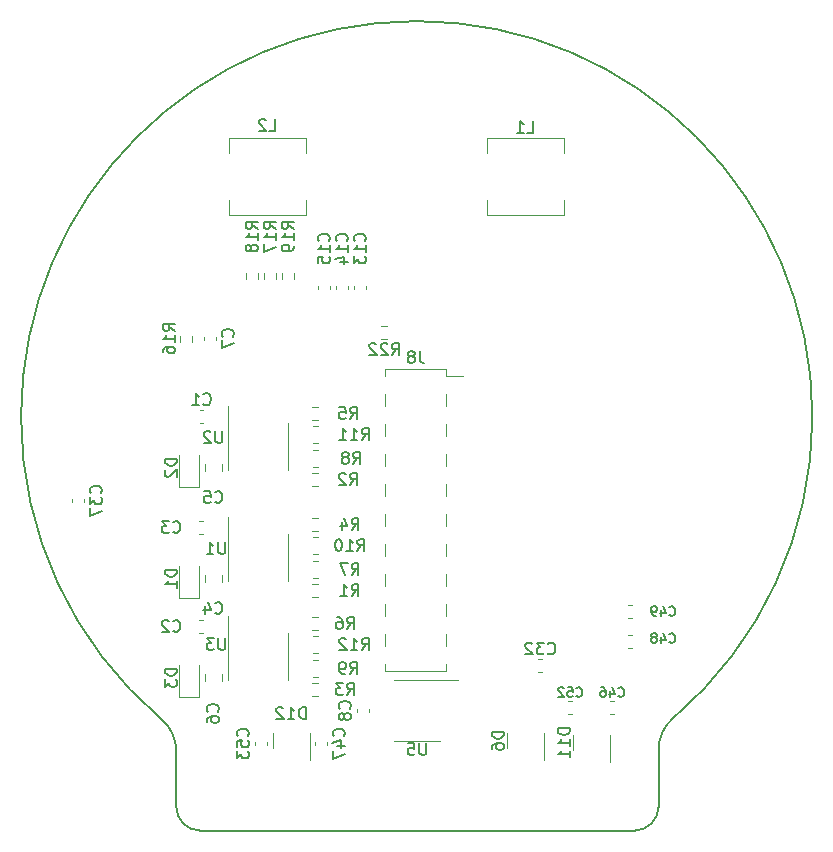
<source format=gbr>
%TF.GenerationSoftware,KiCad,Pcbnew,7.0.1*%
%TF.CreationDate,2023-12-24T22:53:40+03:00*%
%TF.ProjectId,_____ __________,1f3b3042-3020-4433-9f40-30323b353d38,rev?*%
%TF.SameCoordinates,Original*%
%TF.FileFunction,Legend,Bot*%
%TF.FilePolarity,Positive*%
%FSLAX46Y46*%
G04 Gerber Fmt 4.6, Leading zero omitted, Abs format (unit mm)*
G04 Created by KiCad (PCBNEW 7.0.1) date 2023-12-24 22:53:40*
%MOMM*%
%LPD*%
G01*
G04 APERTURE LIST*
%ADD10C,0.150000*%
%ADD11C,0.120000*%
%TA.AperFunction,Profile*%
%ADD12C,0.200000*%
%TD*%
G04 APERTURE END LIST*
D10*
%TO.C,R1*%
X149137666Y-110952619D02*
X149470999Y-110476428D01*
X149709094Y-110952619D02*
X149709094Y-109952619D01*
X149709094Y-109952619D02*
X149328142Y-109952619D01*
X149328142Y-109952619D02*
X149232904Y-110000238D01*
X149232904Y-110000238D02*
X149185285Y-110047857D01*
X149185285Y-110047857D02*
X149137666Y-110143095D01*
X149137666Y-110143095D02*
X149137666Y-110285952D01*
X149137666Y-110285952D02*
X149185285Y-110381190D01*
X149185285Y-110381190D02*
X149232904Y-110428809D01*
X149232904Y-110428809D02*
X149328142Y-110476428D01*
X149328142Y-110476428D02*
X149709094Y-110476428D01*
X148185285Y-110952619D02*
X148756713Y-110952619D01*
X148470999Y-110952619D02*
X148470999Y-109952619D01*
X148470999Y-109952619D02*
X148566237Y-110095476D01*
X148566237Y-110095476D02*
X148661475Y-110190714D01*
X148661475Y-110190714D02*
X148756713Y-110238333D01*
%TO.C,U5*%
X155447904Y-123414619D02*
X155447904Y-124224142D01*
X155447904Y-124224142D02*
X155400285Y-124319380D01*
X155400285Y-124319380D02*
X155352666Y-124367000D01*
X155352666Y-124367000D02*
X155257428Y-124414619D01*
X155257428Y-124414619D02*
X155066952Y-124414619D01*
X155066952Y-124414619D02*
X154971714Y-124367000D01*
X154971714Y-124367000D02*
X154924095Y-124319380D01*
X154924095Y-124319380D02*
X154876476Y-124224142D01*
X154876476Y-124224142D02*
X154876476Y-123414619D01*
X153924095Y-123414619D02*
X154400285Y-123414619D01*
X154400285Y-123414619D02*
X154447904Y-123890809D01*
X154447904Y-123890809D02*
X154400285Y-123843190D01*
X154400285Y-123843190D02*
X154305047Y-123795571D01*
X154305047Y-123795571D02*
X154066952Y-123795571D01*
X154066952Y-123795571D02*
X153971714Y-123843190D01*
X153971714Y-123843190D02*
X153924095Y-123890809D01*
X153924095Y-123890809D02*
X153876476Y-123986047D01*
X153876476Y-123986047D02*
X153876476Y-124224142D01*
X153876476Y-124224142D02*
X153924095Y-124319380D01*
X153924095Y-124319380D02*
X153971714Y-124367000D01*
X153971714Y-124367000D02*
X154066952Y-124414619D01*
X154066952Y-124414619D02*
X154305047Y-124414619D01*
X154305047Y-124414619D02*
X154400285Y-124367000D01*
X154400285Y-124367000D02*
X154447904Y-124319380D01*
%TO.C,R11*%
X149994857Y-97744619D02*
X150328190Y-97268428D01*
X150566285Y-97744619D02*
X150566285Y-96744619D01*
X150566285Y-96744619D02*
X150185333Y-96744619D01*
X150185333Y-96744619D02*
X150090095Y-96792238D01*
X150090095Y-96792238D02*
X150042476Y-96839857D01*
X150042476Y-96839857D02*
X149994857Y-96935095D01*
X149994857Y-96935095D02*
X149994857Y-97077952D01*
X149994857Y-97077952D02*
X150042476Y-97173190D01*
X150042476Y-97173190D02*
X150090095Y-97220809D01*
X150090095Y-97220809D02*
X150185333Y-97268428D01*
X150185333Y-97268428D02*
X150566285Y-97268428D01*
X149042476Y-97744619D02*
X149613904Y-97744619D01*
X149328190Y-97744619D02*
X149328190Y-96744619D01*
X149328190Y-96744619D02*
X149423428Y-96887476D01*
X149423428Y-96887476D02*
X149518666Y-96982714D01*
X149518666Y-96982714D02*
X149613904Y-97030333D01*
X148090095Y-97744619D02*
X148661523Y-97744619D01*
X148375809Y-97744619D02*
X148375809Y-96744619D01*
X148375809Y-96744619D02*
X148471047Y-96887476D01*
X148471047Y-96887476D02*
X148566285Y-96982714D01*
X148566285Y-96982714D02*
X148661523Y-97030333D01*
%TO.C,C7*%
X139051380Y-88987333D02*
X139099000Y-88939714D01*
X139099000Y-88939714D02*
X139146619Y-88796857D01*
X139146619Y-88796857D02*
X139146619Y-88701619D01*
X139146619Y-88701619D02*
X139099000Y-88558762D01*
X139099000Y-88558762D02*
X139003761Y-88463524D01*
X139003761Y-88463524D02*
X138908523Y-88415905D01*
X138908523Y-88415905D02*
X138718047Y-88368286D01*
X138718047Y-88368286D02*
X138575190Y-88368286D01*
X138575190Y-88368286D02*
X138384714Y-88415905D01*
X138384714Y-88415905D02*
X138289476Y-88463524D01*
X138289476Y-88463524D02*
X138194238Y-88558762D01*
X138194238Y-88558762D02*
X138146619Y-88701619D01*
X138146619Y-88701619D02*
X138146619Y-88796857D01*
X138146619Y-88796857D02*
X138194238Y-88939714D01*
X138194238Y-88939714D02*
X138241857Y-88987333D01*
X138146619Y-89320667D02*
X138146619Y-89987333D01*
X138146619Y-89987333D02*
X139146619Y-89558762D01*
%TO.C,C53*%
X140321380Y-122801142D02*
X140369000Y-122753523D01*
X140369000Y-122753523D02*
X140416619Y-122610666D01*
X140416619Y-122610666D02*
X140416619Y-122515428D01*
X140416619Y-122515428D02*
X140369000Y-122372571D01*
X140369000Y-122372571D02*
X140273761Y-122277333D01*
X140273761Y-122277333D02*
X140178523Y-122229714D01*
X140178523Y-122229714D02*
X139988047Y-122182095D01*
X139988047Y-122182095D02*
X139845190Y-122182095D01*
X139845190Y-122182095D02*
X139654714Y-122229714D01*
X139654714Y-122229714D02*
X139559476Y-122277333D01*
X139559476Y-122277333D02*
X139464238Y-122372571D01*
X139464238Y-122372571D02*
X139416619Y-122515428D01*
X139416619Y-122515428D02*
X139416619Y-122610666D01*
X139416619Y-122610666D02*
X139464238Y-122753523D01*
X139464238Y-122753523D02*
X139511857Y-122801142D01*
X139416619Y-123705904D02*
X139416619Y-123229714D01*
X139416619Y-123229714D02*
X139892809Y-123182095D01*
X139892809Y-123182095D02*
X139845190Y-123229714D01*
X139845190Y-123229714D02*
X139797571Y-123324952D01*
X139797571Y-123324952D02*
X139797571Y-123563047D01*
X139797571Y-123563047D02*
X139845190Y-123658285D01*
X139845190Y-123658285D02*
X139892809Y-123705904D01*
X139892809Y-123705904D02*
X139988047Y-123753523D01*
X139988047Y-123753523D02*
X140226142Y-123753523D01*
X140226142Y-123753523D02*
X140321380Y-123705904D01*
X140321380Y-123705904D02*
X140369000Y-123658285D01*
X140369000Y-123658285D02*
X140416619Y-123563047D01*
X140416619Y-123563047D02*
X140416619Y-123324952D01*
X140416619Y-123324952D02*
X140369000Y-123229714D01*
X140369000Y-123229714D02*
X140321380Y-123182095D01*
X139416619Y-124086857D02*
X139416619Y-124705904D01*
X139416619Y-124705904D02*
X139797571Y-124372571D01*
X139797571Y-124372571D02*
X139797571Y-124515428D01*
X139797571Y-124515428D02*
X139845190Y-124610666D01*
X139845190Y-124610666D02*
X139892809Y-124658285D01*
X139892809Y-124658285D02*
X139988047Y-124705904D01*
X139988047Y-124705904D02*
X140226142Y-124705904D01*
X140226142Y-124705904D02*
X140321380Y-124658285D01*
X140321380Y-124658285D02*
X140369000Y-124610666D01*
X140369000Y-124610666D02*
X140416619Y-124515428D01*
X140416619Y-124515428D02*
X140416619Y-124229714D01*
X140416619Y-124229714D02*
X140369000Y-124134476D01*
X140369000Y-124134476D02*
X140321380Y-124086857D01*
%TO.C,U3*%
X138429904Y-114524619D02*
X138429904Y-115334142D01*
X138429904Y-115334142D02*
X138382285Y-115429380D01*
X138382285Y-115429380D02*
X138334666Y-115477000D01*
X138334666Y-115477000D02*
X138239428Y-115524619D01*
X138239428Y-115524619D02*
X138048952Y-115524619D01*
X138048952Y-115524619D02*
X137953714Y-115477000D01*
X137953714Y-115477000D02*
X137906095Y-115429380D01*
X137906095Y-115429380D02*
X137858476Y-115334142D01*
X137858476Y-115334142D02*
X137858476Y-114524619D01*
X137477523Y-114524619D02*
X136858476Y-114524619D01*
X136858476Y-114524619D02*
X137191809Y-114905571D01*
X137191809Y-114905571D02*
X137048952Y-114905571D01*
X137048952Y-114905571D02*
X136953714Y-114953190D01*
X136953714Y-114953190D02*
X136906095Y-115000809D01*
X136906095Y-115000809D02*
X136858476Y-115096047D01*
X136858476Y-115096047D02*
X136858476Y-115334142D01*
X136858476Y-115334142D02*
X136906095Y-115429380D01*
X136906095Y-115429380D02*
X136953714Y-115477000D01*
X136953714Y-115477000D02*
X137048952Y-115524619D01*
X137048952Y-115524619D02*
X137334666Y-115524619D01*
X137334666Y-115524619D02*
X137429904Y-115477000D01*
X137429904Y-115477000D02*
X137477523Y-115429380D01*
%TO.C,R10*%
X149629857Y-107142619D02*
X149963190Y-106666428D01*
X150201285Y-107142619D02*
X150201285Y-106142619D01*
X150201285Y-106142619D02*
X149820333Y-106142619D01*
X149820333Y-106142619D02*
X149725095Y-106190238D01*
X149725095Y-106190238D02*
X149677476Y-106237857D01*
X149677476Y-106237857D02*
X149629857Y-106333095D01*
X149629857Y-106333095D02*
X149629857Y-106475952D01*
X149629857Y-106475952D02*
X149677476Y-106571190D01*
X149677476Y-106571190D02*
X149725095Y-106618809D01*
X149725095Y-106618809D02*
X149820333Y-106666428D01*
X149820333Y-106666428D02*
X150201285Y-106666428D01*
X148677476Y-107142619D02*
X149248904Y-107142619D01*
X148963190Y-107142619D02*
X148963190Y-106142619D01*
X148963190Y-106142619D02*
X149058428Y-106285476D01*
X149058428Y-106285476D02*
X149153666Y-106380714D01*
X149153666Y-106380714D02*
X149248904Y-106428333D01*
X148058428Y-106142619D02*
X147963190Y-106142619D01*
X147963190Y-106142619D02*
X147867952Y-106190238D01*
X147867952Y-106190238D02*
X147820333Y-106237857D01*
X147820333Y-106237857D02*
X147772714Y-106333095D01*
X147772714Y-106333095D02*
X147725095Y-106523571D01*
X147725095Y-106523571D02*
X147725095Y-106761666D01*
X147725095Y-106761666D02*
X147772714Y-106952142D01*
X147772714Y-106952142D02*
X147820333Y-107047380D01*
X147820333Y-107047380D02*
X147867952Y-107095000D01*
X147867952Y-107095000D02*
X147963190Y-107142619D01*
X147963190Y-107142619D02*
X148058428Y-107142619D01*
X148058428Y-107142619D02*
X148153666Y-107095000D01*
X148153666Y-107095000D02*
X148201285Y-107047380D01*
X148201285Y-107047380D02*
X148248904Y-106952142D01*
X148248904Y-106952142D02*
X148296523Y-106761666D01*
X148296523Y-106761666D02*
X148296523Y-106523571D01*
X148296523Y-106523571D02*
X148248904Y-106333095D01*
X148248904Y-106333095D02*
X148201285Y-106237857D01*
X148201285Y-106237857D02*
X148153666Y-106190238D01*
X148153666Y-106190238D02*
X148058428Y-106142619D01*
%TO.C,R6*%
X148756666Y-113746619D02*
X149089999Y-113270428D01*
X149328094Y-113746619D02*
X149328094Y-112746619D01*
X149328094Y-112746619D02*
X148947142Y-112746619D01*
X148947142Y-112746619D02*
X148851904Y-112794238D01*
X148851904Y-112794238D02*
X148804285Y-112841857D01*
X148804285Y-112841857D02*
X148756666Y-112937095D01*
X148756666Y-112937095D02*
X148756666Y-113079952D01*
X148756666Y-113079952D02*
X148804285Y-113175190D01*
X148804285Y-113175190D02*
X148851904Y-113222809D01*
X148851904Y-113222809D02*
X148947142Y-113270428D01*
X148947142Y-113270428D02*
X149328094Y-113270428D01*
X147899523Y-112746619D02*
X148089999Y-112746619D01*
X148089999Y-112746619D02*
X148185237Y-112794238D01*
X148185237Y-112794238D02*
X148232856Y-112841857D01*
X148232856Y-112841857D02*
X148328094Y-112984714D01*
X148328094Y-112984714D02*
X148375713Y-113175190D01*
X148375713Y-113175190D02*
X148375713Y-113556142D01*
X148375713Y-113556142D02*
X148328094Y-113651380D01*
X148328094Y-113651380D02*
X148280475Y-113699000D01*
X148280475Y-113699000D02*
X148185237Y-113746619D01*
X148185237Y-113746619D02*
X147994761Y-113746619D01*
X147994761Y-113746619D02*
X147899523Y-113699000D01*
X147899523Y-113699000D02*
X147851904Y-113651380D01*
X147851904Y-113651380D02*
X147804285Y-113556142D01*
X147804285Y-113556142D02*
X147804285Y-113318047D01*
X147804285Y-113318047D02*
X147851904Y-113222809D01*
X147851904Y-113222809D02*
X147899523Y-113175190D01*
X147899523Y-113175190D02*
X147994761Y-113127571D01*
X147994761Y-113127571D02*
X148185237Y-113127571D01*
X148185237Y-113127571D02*
X148280475Y-113175190D01*
X148280475Y-113175190D02*
X148328094Y-113222809D01*
X148328094Y-113222809D02*
X148375713Y-113318047D01*
%TO.C,L2*%
X142152666Y-71582619D02*
X142628856Y-71582619D01*
X142628856Y-71582619D02*
X142628856Y-70582619D01*
X141866951Y-70677857D02*
X141819332Y-70630238D01*
X141819332Y-70630238D02*
X141724094Y-70582619D01*
X141724094Y-70582619D02*
X141485999Y-70582619D01*
X141485999Y-70582619D02*
X141390761Y-70630238D01*
X141390761Y-70630238D02*
X141343142Y-70677857D01*
X141343142Y-70677857D02*
X141295523Y-70773095D01*
X141295523Y-70773095D02*
X141295523Y-70868333D01*
X141295523Y-70868333D02*
X141343142Y-71011190D01*
X141343142Y-71011190D02*
X141914570Y-71582619D01*
X141914570Y-71582619D02*
X141295523Y-71582619D01*
%TO.C,R7*%
X149137666Y-109174619D02*
X149470999Y-108698428D01*
X149709094Y-109174619D02*
X149709094Y-108174619D01*
X149709094Y-108174619D02*
X149328142Y-108174619D01*
X149328142Y-108174619D02*
X149232904Y-108222238D01*
X149232904Y-108222238D02*
X149185285Y-108269857D01*
X149185285Y-108269857D02*
X149137666Y-108365095D01*
X149137666Y-108365095D02*
X149137666Y-108507952D01*
X149137666Y-108507952D02*
X149185285Y-108603190D01*
X149185285Y-108603190D02*
X149232904Y-108650809D01*
X149232904Y-108650809D02*
X149328142Y-108698428D01*
X149328142Y-108698428D02*
X149709094Y-108698428D01*
X148804332Y-108174619D02*
X148137666Y-108174619D01*
X148137666Y-108174619D02*
X148566237Y-109174619D01*
%TO.C,C48*%
X176028285Y-114847904D02*
X176066381Y-114886000D01*
X176066381Y-114886000D02*
X176180666Y-114924095D01*
X176180666Y-114924095D02*
X176256857Y-114924095D01*
X176256857Y-114924095D02*
X176371143Y-114886000D01*
X176371143Y-114886000D02*
X176447333Y-114809809D01*
X176447333Y-114809809D02*
X176485428Y-114733619D01*
X176485428Y-114733619D02*
X176523524Y-114581238D01*
X176523524Y-114581238D02*
X176523524Y-114466952D01*
X176523524Y-114466952D02*
X176485428Y-114314571D01*
X176485428Y-114314571D02*
X176447333Y-114238380D01*
X176447333Y-114238380D02*
X176371143Y-114162190D01*
X176371143Y-114162190D02*
X176256857Y-114124095D01*
X176256857Y-114124095D02*
X176180666Y-114124095D01*
X176180666Y-114124095D02*
X176066381Y-114162190D01*
X176066381Y-114162190D02*
X176028285Y-114200285D01*
X175342571Y-114390761D02*
X175342571Y-114924095D01*
X175533047Y-114086000D02*
X175723524Y-114657428D01*
X175723524Y-114657428D02*
X175228285Y-114657428D01*
X174809238Y-114466952D02*
X174885428Y-114428857D01*
X174885428Y-114428857D02*
X174923523Y-114390761D01*
X174923523Y-114390761D02*
X174961619Y-114314571D01*
X174961619Y-114314571D02*
X174961619Y-114276476D01*
X174961619Y-114276476D02*
X174923523Y-114200285D01*
X174923523Y-114200285D02*
X174885428Y-114162190D01*
X174885428Y-114162190D02*
X174809238Y-114124095D01*
X174809238Y-114124095D02*
X174656857Y-114124095D01*
X174656857Y-114124095D02*
X174580666Y-114162190D01*
X174580666Y-114162190D02*
X174542571Y-114200285D01*
X174542571Y-114200285D02*
X174504476Y-114276476D01*
X174504476Y-114276476D02*
X174504476Y-114314571D01*
X174504476Y-114314571D02*
X174542571Y-114390761D01*
X174542571Y-114390761D02*
X174580666Y-114428857D01*
X174580666Y-114428857D02*
X174656857Y-114466952D01*
X174656857Y-114466952D02*
X174809238Y-114466952D01*
X174809238Y-114466952D02*
X174885428Y-114505047D01*
X174885428Y-114505047D02*
X174923523Y-114543142D01*
X174923523Y-114543142D02*
X174961619Y-114619333D01*
X174961619Y-114619333D02*
X174961619Y-114771714D01*
X174961619Y-114771714D02*
X174923523Y-114847904D01*
X174923523Y-114847904D02*
X174885428Y-114886000D01*
X174885428Y-114886000D02*
X174809238Y-114924095D01*
X174809238Y-114924095D02*
X174656857Y-114924095D01*
X174656857Y-114924095D02*
X174580666Y-114886000D01*
X174580666Y-114886000D02*
X174542571Y-114847904D01*
X174542571Y-114847904D02*
X174504476Y-114771714D01*
X174504476Y-114771714D02*
X174504476Y-114619333D01*
X174504476Y-114619333D02*
X174542571Y-114543142D01*
X174542571Y-114543142D02*
X174580666Y-114505047D01*
X174580666Y-114505047D02*
X174656857Y-114466952D01*
%TO.C,R17*%
X142702619Y-79875142D02*
X142226428Y-79541809D01*
X142702619Y-79303714D02*
X141702619Y-79303714D01*
X141702619Y-79303714D02*
X141702619Y-79684666D01*
X141702619Y-79684666D02*
X141750238Y-79779904D01*
X141750238Y-79779904D02*
X141797857Y-79827523D01*
X141797857Y-79827523D02*
X141893095Y-79875142D01*
X141893095Y-79875142D02*
X142035952Y-79875142D01*
X142035952Y-79875142D02*
X142131190Y-79827523D01*
X142131190Y-79827523D02*
X142178809Y-79779904D01*
X142178809Y-79779904D02*
X142226428Y-79684666D01*
X142226428Y-79684666D02*
X142226428Y-79303714D01*
X142702619Y-80827523D02*
X142702619Y-80256095D01*
X142702619Y-80541809D02*
X141702619Y-80541809D01*
X141702619Y-80541809D02*
X141845476Y-80446571D01*
X141845476Y-80446571D02*
X141940714Y-80351333D01*
X141940714Y-80351333D02*
X141988333Y-80256095D01*
X141702619Y-81160857D02*
X141702619Y-81827523D01*
X141702619Y-81827523D02*
X142702619Y-81398952D01*
%TO.C,C52*%
X168154285Y-119419904D02*
X168192381Y-119458000D01*
X168192381Y-119458000D02*
X168306666Y-119496095D01*
X168306666Y-119496095D02*
X168382857Y-119496095D01*
X168382857Y-119496095D02*
X168497143Y-119458000D01*
X168497143Y-119458000D02*
X168573333Y-119381809D01*
X168573333Y-119381809D02*
X168611428Y-119305619D01*
X168611428Y-119305619D02*
X168649524Y-119153238D01*
X168649524Y-119153238D02*
X168649524Y-119038952D01*
X168649524Y-119038952D02*
X168611428Y-118886571D01*
X168611428Y-118886571D02*
X168573333Y-118810380D01*
X168573333Y-118810380D02*
X168497143Y-118734190D01*
X168497143Y-118734190D02*
X168382857Y-118696095D01*
X168382857Y-118696095D02*
X168306666Y-118696095D01*
X168306666Y-118696095D02*
X168192381Y-118734190D01*
X168192381Y-118734190D02*
X168154285Y-118772285D01*
X167430476Y-118696095D02*
X167811428Y-118696095D01*
X167811428Y-118696095D02*
X167849524Y-119077047D01*
X167849524Y-119077047D02*
X167811428Y-119038952D01*
X167811428Y-119038952D02*
X167735238Y-119000857D01*
X167735238Y-119000857D02*
X167544762Y-119000857D01*
X167544762Y-119000857D02*
X167468571Y-119038952D01*
X167468571Y-119038952D02*
X167430476Y-119077047D01*
X167430476Y-119077047D02*
X167392381Y-119153238D01*
X167392381Y-119153238D02*
X167392381Y-119343714D01*
X167392381Y-119343714D02*
X167430476Y-119419904D01*
X167430476Y-119419904D02*
X167468571Y-119458000D01*
X167468571Y-119458000D02*
X167544762Y-119496095D01*
X167544762Y-119496095D02*
X167735238Y-119496095D01*
X167735238Y-119496095D02*
X167811428Y-119458000D01*
X167811428Y-119458000D02*
X167849524Y-119419904D01*
X167087619Y-118772285D02*
X167049523Y-118734190D01*
X167049523Y-118734190D02*
X166973333Y-118696095D01*
X166973333Y-118696095D02*
X166782857Y-118696095D01*
X166782857Y-118696095D02*
X166706666Y-118734190D01*
X166706666Y-118734190D02*
X166668571Y-118772285D01*
X166668571Y-118772285D02*
X166630476Y-118848476D01*
X166630476Y-118848476D02*
X166630476Y-118924666D01*
X166630476Y-118924666D02*
X166668571Y-119038952D01*
X166668571Y-119038952D02*
X167125714Y-119496095D01*
X167125714Y-119496095D02*
X166630476Y-119496095D01*
%TO.C,D11*%
X167594619Y-122151214D02*
X166594619Y-122151214D01*
X166594619Y-122151214D02*
X166594619Y-122389309D01*
X166594619Y-122389309D02*
X166642238Y-122532166D01*
X166642238Y-122532166D02*
X166737476Y-122627404D01*
X166737476Y-122627404D02*
X166832714Y-122675023D01*
X166832714Y-122675023D02*
X167023190Y-122722642D01*
X167023190Y-122722642D02*
X167166047Y-122722642D01*
X167166047Y-122722642D02*
X167356523Y-122675023D01*
X167356523Y-122675023D02*
X167451761Y-122627404D01*
X167451761Y-122627404D02*
X167547000Y-122532166D01*
X167547000Y-122532166D02*
X167594619Y-122389309D01*
X167594619Y-122389309D02*
X167594619Y-122151214D01*
X167594619Y-123675023D02*
X167594619Y-123103595D01*
X167594619Y-123389309D02*
X166594619Y-123389309D01*
X166594619Y-123389309D02*
X166737476Y-123294071D01*
X166737476Y-123294071D02*
X166832714Y-123198833D01*
X166832714Y-123198833D02*
X166880333Y-123103595D01*
X167594619Y-124627404D02*
X167594619Y-124055976D01*
X167594619Y-124341690D02*
X166594619Y-124341690D01*
X166594619Y-124341690D02*
X166737476Y-124246452D01*
X166737476Y-124246452D02*
X166832714Y-124151214D01*
X166832714Y-124151214D02*
X166880333Y-124055976D01*
%TO.C,R16*%
X134160619Y-88511142D02*
X133684428Y-88177809D01*
X134160619Y-87939714D02*
X133160619Y-87939714D01*
X133160619Y-87939714D02*
X133160619Y-88320666D01*
X133160619Y-88320666D02*
X133208238Y-88415904D01*
X133208238Y-88415904D02*
X133255857Y-88463523D01*
X133255857Y-88463523D02*
X133351095Y-88511142D01*
X133351095Y-88511142D02*
X133493952Y-88511142D01*
X133493952Y-88511142D02*
X133589190Y-88463523D01*
X133589190Y-88463523D02*
X133636809Y-88415904D01*
X133636809Y-88415904D02*
X133684428Y-88320666D01*
X133684428Y-88320666D02*
X133684428Y-87939714D01*
X134160619Y-89463523D02*
X134160619Y-88892095D01*
X134160619Y-89177809D02*
X133160619Y-89177809D01*
X133160619Y-89177809D02*
X133303476Y-89082571D01*
X133303476Y-89082571D02*
X133398714Y-88987333D01*
X133398714Y-88987333D02*
X133446333Y-88892095D01*
X133160619Y-90320666D02*
X133160619Y-90130190D01*
X133160619Y-90130190D02*
X133208238Y-90034952D01*
X133208238Y-90034952D02*
X133255857Y-89987333D01*
X133255857Y-89987333D02*
X133398714Y-89892095D01*
X133398714Y-89892095D02*
X133589190Y-89844476D01*
X133589190Y-89844476D02*
X133970142Y-89844476D01*
X133970142Y-89844476D02*
X134065380Y-89892095D01*
X134065380Y-89892095D02*
X134113000Y-89939714D01*
X134113000Y-89939714D02*
X134160619Y-90034952D01*
X134160619Y-90034952D02*
X134160619Y-90225428D01*
X134160619Y-90225428D02*
X134113000Y-90320666D01*
X134113000Y-90320666D02*
X134065380Y-90368285D01*
X134065380Y-90368285D02*
X133970142Y-90415904D01*
X133970142Y-90415904D02*
X133732047Y-90415904D01*
X133732047Y-90415904D02*
X133636809Y-90368285D01*
X133636809Y-90368285D02*
X133589190Y-90320666D01*
X133589190Y-90320666D02*
X133541571Y-90225428D01*
X133541571Y-90225428D02*
X133541571Y-90034952D01*
X133541571Y-90034952D02*
X133589190Y-89939714D01*
X133589190Y-89939714D02*
X133636809Y-89892095D01*
X133636809Y-89892095D02*
X133732047Y-89844476D01*
%TO.C,U1*%
X138429904Y-106396619D02*
X138429904Y-107206142D01*
X138429904Y-107206142D02*
X138382285Y-107301380D01*
X138382285Y-107301380D02*
X138334666Y-107349000D01*
X138334666Y-107349000D02*
X138239428Y-107396619D01*
X138239428Y-107396619D02*
X138048952Y-107396619D01*
X138048952Y-107396619D02*
X137953714Y-107349000D01*
X137953714Y-107349000D02*
X137906095Y-107301380D01*
X137906095Y-107301380D02*
X137858476Y-107206142D01*
X137858476Y-107206142D02*
X137858476Y-106396619D01*
X136858476Y-107396619D02*
X137429904Y-107396619D01*
X137144190Y-107396619D02*
X137144190Y-106396619D01*
X137144190Y-106396619D02*
X137239428Y-106539476D01*
X137239428Y-106539476D02*
X137334666Y-106634714D01*
X137334666Y-106634714D02*
X137429904Y-106682333D01*
%TO.C,D2*%
X134320619Y-99337905D02*
X133320619Y-99337905D01*
X133320619Y-99337905D02*
X133320619Y-99576000D01*
X133320619Y-99576000D02*
X133368238Y-99718857D01*
X133368238Y-99718857D02*
X133463476Y-99814095D01*
X133463476Y-99814095D02*
X133558714Y-99861714D01*
X133558714Y-99861714D02*
X133749190Y-99909333D01*
X133749190Y-99909333D02*
X133892047Y-99909333D01*
X133892047Y-99909333D02*
X134082523Y-99861714D01*
X134082523Y-99861714D02*
X134177761Y-99814095D01*
X134177761Y-99814095D02*
X134273000Y-99718857D01*
X134273000Y-99718857D02*
X134320619Y-99576000D01*
X134320619Y-99576000D02*
X134320619Y-99337905D01*
X133415857Y-100290286D02*
X133368238Y-100337905D01*
X133368238Y-100337905D02*
X133320619Y-100433143D01*
X133320619Y-100433143D02*
X133320619Y-100671238D01*
X133320619Y-100671238D02*
X133368238Y-100766476D01*
X133368238Y-100766476D02*
X133415857Y-100814095D01*
X133415857Y-100814095D02*
X133511095Y-100861714D01*
X133511095Y-100861714D02*
X133606333Y-100861714D01*
X133606333Y-100861714D02*
X133749190Y-100814095D01*
X133749190Y-100814095D02*
X134320619Y-100242667D01*
X134320619Y-100242667D02*
X134320619Y-100861714D01*
%TO.C,C1*%
X136586166Y-94695380D02*
X136633785Y-94743000D01*
X136633785Y-94743000D02*
X136776642Y-94790619D01*
X136776642Y-94790619D02*
X136871880Y-94790619D01*
X136871880Y-94790619D02*
X137014737Y-94743000D01*
X137014737Y-94743000D02*
X137109975Y-94647761D01*
X137109975Y-94647761D02*
X137157594Y-94552523D01*
X137157594Y-94552523D02*
X137205213Y-94362047D01*
X137205213Y-94362047D02*
X137205213Y-94219190D01*
X137205213Y-94219190D02*
X137157594Y-94028714D01*
X137157594Y-94028714D02*
X137109975Y-93933476D01*
X137109975Y-93933476D02*
X137014737Y-93838238D01*
X137014737Y-93838238D02*
X136871880Y-93790619D01*
X136871880Y-93790619D02*
X136776642Y-93790619D01*
X136776642Y-93790619D02*
X136633785Y-93838238D01*
X136633785Y-93838238D02*
X136586166Y-93885857D01*
X135633785Y-94790619D02*
X136205213Y-94790619D01*
X135919499Y-94790619D02*
X135919499Y-93790619D01*
X135919499Y-93790619D02*
X136014737Y-93933476D01*
X136014737Y-93933476D02*
X136109975Y-94028714D01*
X136109975Y-94028714D02*
X136205213Y-94076333D01*
%TO.C,C47*%
X148449380Y-122801142D02*
X148497000Y-122753523D01*
X148497000Y-122753523D02*
X148544619Y-122610666D01*
X148544619Y-122610666D02*
X148544619Y-122515428D01*
X148544619Y-122515428D02*
X148497000Y-122372571D01*
X148497000Y-122372571D02*
X148401761Y-122277333D01*
X148401761Y-122277333D02*
X148306523Y-122229714D01*
X148306523Y-122229714D02*
X148116047Y-122182095D01*
X148116047Y-122182095D02*
X147973190Y-122182095D01*
X147973190Y-122182095D02*
X147782714Y-122229714D01*
X147782714Y-122229714D02*
X147687476Y-122277333D01*
X147687476Y-122277333D02*
X147592238Y-122372571D01*
X147592238Y-122372571D02*
X147544619Y-122515428D01*
X147544619Y-122515428D02*
X147544619Y-122610666D01*
X147544619Y-122610666D02*
X147592238Y-122753523D01*
X147592238Y-122753523D02*
X147639857Y-122801142D01*
X147877952Y-123658285D02*
X148544619Y-123658285D01*
X147497000Y-123420190D02*
X148211285Y-123182095D01*
X148211285Y-123182095D02*
X148211285Y-123801142D01*
X147544619Y-124086857D02*
X147544619Y-124753523D01*
X147544619Y-124753523D02*
X148544619Y-124324952D01*
%TO.C,C2*%
X134024666Y-113905380D02*
X134072285Y-113953000D01*
X134072285Y-113953000D02*
X134215142Y-114000619D01*
X134215142Y-114000619D02*
X134310380Y-114000619D01*
X134310380Y-114000619D02*
X134453237Y-113953000D01*
X134453237Y-113953000D02*
X134548475Y-113857761D01*
X134548475Y-113857761D02*
X134596094Y-113762523D01*
X134596094Y-113762523D02*
X134643713Y-113572047D01*
X134643713Y-113572047D02*
X134643713Y-113429190D01*
X134643713Y-113429190D02*
X134596094Y-113238714D01*
X134596094Y-113238714D02*
X134548475Y-113143476D01*
X134548475Y-113143476D02*
X134453237Y-113048238D01*
X134453237Y-113048238D02*
X134310380Y-113000619D01*
X134310380Y-113000619D02*
X134215142Y-113000619D01*
X134215142Y-113000619D02*
X134072285Y-113048238D01*
X134072285Y-113048238D02*
X134024666Y-113095857D01*
X133643713Y-113095857D02*
X133596094Y-113048238D01*
X133596094Y-113048238D02*
X133500856Y-113000619D01*
X133500856Y-113000619D02*
X133262761Y-113000619D01*
X133262761Y-113000619D02*
X133167523Y-113048238D01*
X133167523Y-113048238D02*
X133119904Y-113095857D01*
X133119904Y-113095857D02*
X133072285Y-113191095D01*
X133072285Y-113191095D02*
X133072285Y-113286333D01*
X133072285Y-113286333D02*
X133119904Y-113429190D01*
X133119904Y-113429190D02*
X133691332Y-114000619D01*
X133691332Y-114000619D02*
X133072285Y-114000619D01*
%TO.C,R9*%
X149010666Y-117556619D02*
X149343999Y-117080428D01*
X149582094Y-117556619D02*
X149582094Y-116556619D01*
X149582094Y-116556619D02*
X149201142Y-116556619D01*
X149201142Y-116556619D02*
X149105904Y-116604238D01*
X149105904Y-116604238D02*
X149058285Y-116651857D01*
X149058285Y-116651857D02*
X149010666Y-116747095D01*
X149010666Y-116747095D02*
X149010666Y-116889952D01*
X149010666Y-116889952D02*
X149058285Y-116985190D01*
X149058285Y-116985190D02*
X149105904Y-117032809D01*
X149105904Y-117032809D02*
X149201142Y-117080428D01*
X149201142Y-117080428D02*
X149582094Y-117080428D01*
X148534475Y-117556619D02*
X148343999Y-117556619D01*
X148343999Y-117556619D02*
X148248761Y-117509000D01*
X148248761Y-117509000D02*
X148201142Y-117461380D01*
X148201142Y-117461380D02*
X148105904Y-117318523D01*
X148105904Y-117318523D02*
X148058285Y-117128047D01*
X148058285Y-117128047D02*
X148058285Y-116747095D01*
X148058285Y-116747095D02*
X148105904Y-116651857D01*
X148105904Y-116651857D02*
X148153523Y-116604238D01*
X148153523Y-116604238D02*
X148248761Y-116556619D01*
X148248761Y-116556619D02*
X148439237Y-116556619D01*
X148439237Y-116556619D02*
X148534475Y-116604238D01*
X148534475Y-116604238D02*
X148582094Y-116651857D01*
X148582094Y-116651857D02*
X148629713Y-116747095D01*
X148629713Y-116747095D02*
X148629713Y-116985190D01*
X148629713Y-116985190D02*
X148582094Y-117080428D01*
X148582094Y-117080428D02*
X148534475Y-117128047D01*
X148534475Y-117128047D02*
X148439237Y-117175666D01*
X148439237Y-117175666D02*
X148248761Y-117175666D01*
X148248761Y-117175666D02*
X148153523Y-117128047D01*
X148153523Y-117128047D02*
X148105904Y-117080428D01*
X148105904Y-117080428D02*
X148058285Y-116985190D01*
%TO.C,C6*%
X137781380Y-120737333D02*
X137829000Y-120689714D01*
X137829000Y-120689714D02*
X137876619Y-120546857D01*
X137876619Y-120546857D02*
X137876619Y-120451619D01*
X137876619Y-120451619D02*
X137829000Y-120308762D01*
X137829000Y-120308762D02*
X137733761Y-120213524D01*
X137733761Y-120213524D02*
X137638523Y-120165905D01*
X137638523Y-120165905D02*
X137448047Y-120118286D01*
X137448047Y-120118286D02*
X137305190Y-120118286D01*
X137305190Y-120118286D02*
X137114714Y-120165905D01*
X137114714Y-120165905D02*
X137019476Y-120213524D01*
X137019476Y-120213524D02*
X136924238Y-120308762D01*
X136924238Y-120308762D02*
X136876619Y-120451619D01*
X136876619Y-120451619D02*
X136876619Y-120546857D01*
X136876619Y-120546857D02*
X136924238Y-120689714D01*
X136924238Y-120689714D02*
X136971857Y-120737333D01*
X136876619Y-121594476D02*
X136876619Y-121404000D01*
X136876619Y-121404000D02*
X136924238Y-121308762D01*
X136924238Y-121308762D02*
X136971857Y-121261143D01*
X136971857Y-121261143D02*
X137114714Y-121165905D01*
X137114714Y-121165905D02*
X137305190Y-121118286D01*
X137305190Y-121118286D02*
X137686142Y-121118286D01*
X137686142Y-121118286D02*
X137781380Y-121165905D01*
X137781380Y-121165905D02*
X137829000Y-121213524D01*
X137829000Y-121213524D02*
X137876619Y-121308762D01*
X137876619Y-121308762D02*
X137876619Y-121499238D01*
X137876619Y-121499238D02*
X137829000Y-121594476D01*
X137829000Y-121594476D02*
X137781380Y-121642095D01*
X137781380Y-121642095D02*
X137686142Y-121689714D01*
X137686142Y-121689714D02*
X137448047Y-121689714D01*
X137448047Y-121689714D02*
X137352809Y-121642095D01*
X137352809Y-121642095D02*
X137305190Y-121594476D01*
X137305190Y-121594476D02*
X137257571Y-121499238D01*
X137257571Y-121499238D02*
X137257571Y-121308762D01*
X137257571Y-121308762D02*
X137305190Y-121213524D01*
X137305190Y-121213524D02*
X137352809Y-121165905D01*
X137352809Y-121165905D02*
X137448047Y-121118286D01*
%TO.C,D12*%
X145232285Y-121366619D02*
X145232285Y-120366619D01*
X145232285Y-120366619D02*
X144994190Y-120366619D01*
X144994190Y-120366619D02*
X144851333Y-120414238D01*
X144851333Y-120414238D02*
X144756095Y-120509476D01*
X144756095Y-120509476D02*
X144708476Y-120604714D01*
X144708476Y-120604714D02*
X144660857Y-120795190D01*
X144660857Y-120795190D02*
X144660857Y-120938047D01*
X144660857Y-120938047D02*
X144708476Y-121128523D01*
X144708476Y-121128523D02*
X144756095Y-121223761D01*
X144756095Y-121223761D02*
X144851333Y-121319000D01*
X144851333Y-121319000D02*
X144994190Y-121366619D01*
X144994190Y-121366619D02*
X145232285Y-121366619D01*
X143708476Y-121366619D02*
X144279904Y-121366619D01*
X143994190Y-121366619D02*
X143994190Y-120366619D01*
X143994190Y-120366619D02*
X144089428Y-120509476D01*
X144089428Y-120509476D02*
X144184666Y-120604714D01*
X144184666Y-120604714D02*
X144279904Y-120652333D01*
X143327523Y-120461857D02*
X143279904Y-120414238D01*
X143279904Y-120414238D02*
X143184666Y-120366619D01*
X143184666Y-120366619D02*
X142946571Y-120366619D01*
X142946571Y-120366619D02*
X142851333Y-120414238D01*
X142851333Y-120414238D02*
X142803714Y-120461857D01*
X142803714Y-120461857D02*
X142756095Y-120557095D01*
X142756095Y-120557095D02*
X142756095Y-120652333D01*
X142756095Y-120652333D02*
X142803714Y-120795190D01*
X142803714Y-120795190D02*
X143375142Y-121366619D01*
X143375142Y-121366619D02*
X142756095Y-121366619D01*
%TO.C,R8*%
X149264666Y-99776619D02*
X149597999Y-99300428D01*
X149836094Y-99776619D02*
X149836094Y-98776619D01*
X149836094Y-98776619D02*
X149455142Y-98776619D01*
X149455142Y-98776619D02*
X149359904Y-98824238D01*
X149359904Y-98824238D02*
X149312285Y-98871857D01*
X149312285Y-98871857D02*
X149264666Y-98967095D01*
X149264666Y-98967095D02*
X149264666Y-99109952D01*
X149264666Y-99109952D02*
X149312285Y-99205190D01*
X149312285Y-99205190D02*
X149359904Y-99252809D01*
X149359904Y-99252809D02*
X149455142Y-99300428D01*
X149455142Y-99300428D02*
X149836094Y-99300428D01*
X148693237Y-99205190D02*
X148788475Y-99157571D01*
X148788475Y-99157571D02*
X148836094Y-99109952D01*
X148836094Y-99109952D02*
X148883713Y-99014714D01*
X148883713Y-99014714D02*
X148883713Y-98967095D01*
X148883713Y-98967095D02*
X148836094Y-98871857D01*
X148836094Y-98871857D02*
X148788475Y-98824238D01*
X148788475Y-98824238D02*
X148693237Y-98776619D01*
X148693237Y-98776619D02*
X148502761Y-98776619D01*
X148502761Y-98776619D02*
X148407523Y-98824238D01*
X148407523Y-98824238D02*
X148359904Y-98871857D01*
X148359904Y-98871857D02*
X148312285Y-98967095D01*
X148312285Y-98967095D02*
X148312285Y-99014714D01*
X148312285Y-99014714D02*
X148359904Y-99109952D01*
X148359904Y-99109952D02*
X148407523Y-99157571D01*
X148407523Y-99157571D02*
X148502761Y-99205190D01*
X148502761Y-99205190D02*
X148693237Y-99205190D01*
X148693237Y-99205190D02*
X148788475Y-99252809D01*
X148788475Y-99252809D02*
X148836094Y-99300428D01*
X148836094Y-99300428D02*
X148883713Y-99395666D01*
X148883713Y-99395666D02*
X148883713Y-99586142D01*
X148883713Y-99586142D02*
X148836094Y-99681380D01*
X148836094Y-99681380D02*
X148788475Y-99729000D01*
X148788475Y-99729000D02*
X148693237Y-99776619D01*
X148693237Y-99776619D02*
X148502761Y-99776619D01*
X148502761Y-99776619D02*
X148407523Y-99729000D01*
X148407523Y-99729000D02*
X148359904Y-99681380D01*
X148359904Y-99681380D02*
X148312285Y-99586142D01*
X148312285Y-99586142D02*
X148312285Y-99395666D01*
X148312285Y-99395666D02*
X148359904Y-99300428D01*
X148359904Y-99300428D02*
X148407523Y-99252809D01*
X148407523Y-99252809D02*
X148502761Y-99205190D01*
%TO.C,D3*%
X134320619Y-117117905D02*
X133320619Y-117117905D01*
X133320619Y-117117905D02*
X133320619Y-117356000D01*
X133320619Y-117356000D02*
X133368238Y-117498857D01*
X133368238Y-117498857D02*
X133463476Y-117594095D01*
X133463476Y-117594095D02*
X133558714Y-117641714D01*
X133558714Y-117641714D02*
X133749190Y-117689333D01*
X133749190Y-117689333D02*
X133892047Y-117689333D01*
X133892047Y-117689333D02*
X134082523Y-117641714D01*
X134082523Y-117641714D02*
X134177761Y-117594095D01*
X134177761Y-117594095D02*
X134273000Y-117498857D01*
X134273000Y-117498857D02*
X134320619Y-117356000D01*
X134320619Y-117356000D02*
X134320619Y-117117905D01*
X133320619Y-118022667D02*
X133320619Y-118641714D01*
X133320619Y-118641714D02*
X133701571Y-118308381D01*
X133701571Y-118308381D02*
X133701571Y-118451238D01*
X133701571Y-118451238D02*
X133749190Y-118546476D01*
X133749190Y-118546476D02*
X133796809Y-118594095D01*
X133796809Y-118594095D02*
X133892047Y-118641714D01*
X133892047Y-118641714D02*
X134130142Y-118641714D01*
X134130142Y-118641714D02*
X134225380Y-118594095D01*
X134225380Y-118594095D02*
X134273000Y-118546476D01*
X134273000Y-118546476D02*
X134320619Y-118451238D01*
X134320619Y-118451238D02*
X134320619Y-118165524D01*
X134320619Y-118165524D02*
X134273000Y-118070286D01*
X134273000Y-118070286D02*
X134225380Y-118022667D01*
%TO.C,R3*%
X148756666Y-119334619D02*
X149089999Y-118858428D01*
X149328094Y-119334619D02*
X149328094Y-118334619D01*
X149328094Y-118334619D02*
X148947142Y-118334619D01*
X148947142Y-118334619D02*
X148851904Y-118382238D01*
X148851904Y-118382238D02*
X148804285Y-118429857D01*
X148804285Y-118429857D02*
X148756666Y-118525095D01*
X148756666Y-118525095D02*
X148756666Y-118667952D01*
X148756666Y-118667952D02*
X148804285Y-118763190D01*
X148804285Y-118763190D02*
X148851904Y-118810809D01*
X148851904Y-118810809D02*
X148947142Y-118858428D01*
X148947142Y-118858428D02*
X149328094Y-118858428D01*
X148423332Y-118334619D02*
X147804285Y-118334619D01*
X147804285Y-118334619D02*
X148137618Y-118715571D01*
X148137618Y-118715571D02*
X147994761Y-118715571D01*
X147994761Y-118715571D02*
X147899523Y-118763190D01*
X147899523Y-118763190D02*
X147851904Y-118810809D01*
X147851904Y-118810809D02*
X147804285Y-118906047D01*
X147804285Y-118906047D02*
X147804285Y-119144142D01*
X147804285Y-119144142D02*
X147851904Y-119239380D01*
X147851904Y-119239380D02*
X147899523Y-119287000D01*
X147899523Y-119287000D02*
X147994761Y-119334619D01*
X147994761Y-119334619D02*
X148280475Y-119334619D01*
X148280475Y-119334619D02*
X148375713Y-119287000D01*
X148375713Y-119287000D02*
X148423332Y-119239380D01*
%TO.C,R12*%
X149994857Y-115524619D02*
X150328190Y-115048428D01*
X150566285Y-115524619D02*
X150566285Y-114524619D01*
X150566285Y-114524619D02*
X150185333Y-114524619D01*
X150185333Y-114524619D02*
X150090095Y-114572238D01*
X150090095Y-114572238D02*
X150042476Y-114619857D01*
X150042476Y-114619857D02*
X149994857Y-114715095D01*
X149994857Y-114715095D02*
X149994857Y-114857952D01*
X149994857Y-114857952D02*
X150042476Y-114953190D01*
X150042476Y-114953190D02*
X150090095Y-115000809D01*
X150090095Y-115000809D02*
X150185333Y-115048428D01*
X150185333Y-115048428D02*
X150566285Y-115048428D01*
X149042476Y-115524619D02*
X149613904Y-115524619D01*
X149328190Y-115524619D02*
X149328190Y-114524619D01*
X149328190Y-114524619D02*
X149423428Y-114667476D01*
X149423428Y-114667476D02*
X149518666Y-114762714D01*
X149518666Y-114762714D02*
X149613904Y-114810333D01*
X148661523Y-114619857D02*
X148613904Y-114572238D01*
X148613904Y-114572238D02*
X148518666Y-114524619D01*
X148518666Y-114524619D02*
X148280571Y-114524619D01*
X148280571Y-114524619D02*
X148185333Y-114572238D01*
X148185333Y-114572238D02*
X148137714Y-114619857D01*
X148137714Y-114619857D02*
X148090095Y-114715095D01*
X148090095Y-114715095D02*
X148090095Y-114810333D01*
X148090095Y-114810333D02*
X148137714Y-114953190D01*
X148137714Y-114953190D02*
X148709142Y-115524619D01*
X148709142Y-115524619D02*
X148090095Y-115524619D01*
%TO.C,R18*%
X141178619Y-79875142D02*
X140702428Y-79541809D01*
X141178619Y-79303714D02*
X140178619Y-79303714D01*
X140178619Y-79303714D02*
X140178619Y-79684666D01*
X140178619Y-79684666D02*
X140226238Y-79779904D01*
X140226238Y-79779904D02*
X140273857Y-79827523D01*
X140273857Y-79827523D02*
X140369095Y-79875142D01*
X140369095Y-79875142D02*
X140511952Y-79875142D01*
X140511952Y-79875142D02*
X140607190Y-79827523D01*
X140607190Y-79827523D02*
X140654809Y-79779904D01*
X140654809Y-79779904D02*
X140702428Y-79684666D01*
X140702428Y-79684666D02*
X140702428Y-79303714D01*
X141178619Y-80827523D02*
X141178619Y-80256095D01*
X141178619Y-80541809D02*
X140178619Y-80541809D01*
X140178619Y-80541809D02*
X140321476Y-80446571D01*
X140321476Y-80446571D02*
X140416714Y-80351333D01*
X140416714Y-80351333D02*
X140464333Y-80256095D01*
X140607190Y-81398952D02*
X140559571Y-81303714D01*
X140559571Y-81303714D02*
X140511952Y-81256095D01*
X140511952Y-81256095D02*
X140416714Y-81208476D01*
X140416714Y-81208476D02*
X140369095Y-81208476D01*
X140369095Y-81208476D02*
X140273857Y-81256095D01*
X140273857Y-81256095D02*
X140226238Y-81303714D01*
X140226238Y-81303714D02*
X140178619Y-81398952D01*
X140178619Y-81398952D02*
X140178619Y-81589428D01*
X140178619Y-81589428D02*
X140226238Y-81684666D01*
X140226238Y-81684666D02*
X140273857Y-81732285D01*
X140273857Y-81732285D02*
X140369095Y-81779904D01*
X140369095Y-81779904D02*
X140416714Y-81779904D01*
X140416714Y-81779904D02*
X140511952Y-81732285D01*
X140511952Y-81732285D02*
X140559571Y-81684666D01*
X140559571Y-81684666D02*
X140607190Y-81589428D01*
X140607190Y-81589428D02*
X140607190Y-81398952D01*
X140607190Y-81398952D02*
X140654809Y-81303714D01*
X140654809Y-81303714D02*
X140702428Y-81256095D01*
X140702428Y-81256095D02*
X140797666Y-81208476D01*
X140797666Y-81208476D02*
X140988142Y-81208476D01*
X140988142Y-81208476D02*
X141083380Y-81256095D01*
X141083380Y-81256095D02*
X141131000Y-81303714D01*
X141131000Y-81303714D02*
X141178619Y-81398952D01*
X141178619Y-81398952D02*
X141178619Y-81589428D01*
X141178619Y-81589428D02*
X141131000Y-81684666D01*
X141131000Y-81684666D02*
X141083380Y-81732285D01*
X141083380Y-81732285D02*
X140988142Y-81779904D01*
X140988142Y-81779904D02*
X140797666Y-81779904D01*
X140797666Y-81779904D02*
X140702428Y-81732285D01*
X140702428Y-81732285D02*
X140654809Y-81684666D01*
X140654809Y-81684666D02*
X140607190Y-81589428D01*
%TO.C,C13*%
X150227380Y-80891142D02*
X150275000Y-80843523D01*
X150275000Y-80843523D02*
X150322619Y-80700666D01*
X150322619Y-80700666D02*
X150322619Y-80605428D01*
X150322619Y-80605428D02*
X150275000Y-80462571D01*
X150275000Y-80462571D02*
X150179761Y-80367333D01*
X150179761Y-80367333D02*
X150084523Y-80319714D01*
X150084523Y-80319714D02*
X149894047Y-80272095D01*
X149894047Y-80272095D02*
X149751190Y-80272095D01*
X149751190Y-80272095D02*
X149560714Y-80319714D01*
X149560714Y-80319714D02*
X149465476Y-80367333D01*
X149465476Y-80367333D02*
X149370238Y-80462571D01*
X149370238Y-80462571D02*
X149322619Y-80605428D01*
X149322619Y-80605428D02*
X149322619Y-80700666D01*
X149322619Y-80700666D02*
X149370238Y-80843523D01*
X149370238Y-80843523D02*
X149417857Y-80891142D01*
X150322619Y-81843523D02*
X150322619Y-81272095D01*
X150322619Y-81557809D02*
X149322619Y-81557809D01*
X149322619Y-81557809D02*
X149465476Y-81462571D01*
X149465476Y-81462571D02*
X149560714Y-81367333D01*
X149560714Y-81367333D02*
X149608333Y-81272095D01*
X149322619Y-82176857D02*
X149322619Y-82795904D01*
X149322619Y-82795904D02*
X149703571Y-82462571D01*
X149703571Y-82462571D02*
X149703571Y-82605428D01*
X149703571Y-82605428D02*
X149751190Y-82700666D01*
X149751190Y-82700666D02*
X149798809Y-82748285D01*
X149798809Y-82748285D02*
X149894047Y-82795904D01*
X149894047Y-82795904D02*
X150132142Y-82795904D01*
X150132142Y-82795904D02*
X150227380Y-82748285D01*
X150227380Y-82748285D02*
X150275000Y-82700666D01*
X150275000Y-82700666D02*
X150322619Y-82605428D01*
X150322619Y-82605428D02*
X150322619Y-82319714D01*
X150322619Y-82319714D02*
X150275000Y-82224476D01*
X150275000Y-82224476D02*
X150227380Y-82176857D01*
%TO.C,R5*%
X149010666Y-95966619D02*
X149343999Y-95490428D01*
X149582094Y-95966619D02*
X149582094Y-94966619D01*
X149582094Y-94966619D02*
X149201142Y-94966619D01*
X149201142Y-94966619D02*
X149105904Y-95014238D01*
X149105904Y-95014238D02*
X149058285Y-95061857D01*
X149058285Y-95061857D02*
X149010666Y-95157095D01*
X149010666Y-95157095D02*
X149010666Y-95299952D01*
X149010666Y-95299952D02*
X149058285Y-95395190D01*
X149058285Y-95395190D02*
X149105904Y-95442809D01*
X149105904Y-95442809D02*
X149201142Y-95490428D01*
X149201142Y-95490428D02*
X149582094Y-95490428D01*
X148105904Y-94966619D02*
X148582094Y-94966619D01*
X148582094Y-94966619D02*
X148629713Y-95442809D01*
X148629713Y-95442809D02*
X148582094Y-95395190D01*
X148582094Y-95395190D02*
X148486856Y-95347571D01*
X148486856Y-95347571D02*
X148248761Y-95347571D01*
X148248761Y-95347571D02*
X148153523Y-95395190D01*
X148153523Y-95395190D02*
X148105904Y-95442809D01*
X148105904Y-95442809D02*
X148058285Y-95538047D01*
X148058285Y-95538047D02*
X148058285Y-95776142D01*
X148058285Y-95776142D02*
X148105904Y-95871380D01*
X148105904Y-95871380D02*
X148153523Y-95919000D01*
X148153523Y-95919000D02*
X148248761Y-95966619D01*
X148248761Y-95966619D02*
X148486856Y-95966619D01*
X148486856Y-95966619D02*
X148582094Y-95919000D01*
X148582094Y-95919000D02*
X148629713Y-95871380D01*
%TO.C,R22*%
X152534857Y-90538619D02*
X152868190Y-90062428D01*
X153106285Y-90538619D02*
X153106285Y-89538619D01*
X153106285Y-89538619D02*
X152725333Y-89538619D01*
X152725333Y-89538619D02*
X152630095Y-89586238D01*
X152630095Y-89586238D02*
X152582476Y-89633857D01*
X152582476Y-89633857D02*
X152534857Y-89729095D01*
X152534857Y-89729095D02*
X152534857Y-89871952D01*
X152534857Y-89871952D02*
X152582476Y-89967190D01*
X152582476Y-89967190D02*
X152630095Y-90014809D01*
X152630095Y-90014809D02*
X152725333Y-90062428D01*
X152725333Y-90062428D02*
X153106285Y-90062428D01*
X152153904Y-89633857D02*
X152106285Y-89586238D01*
X152106285Y-89586238D02*
X152011047Y-89538619D01*
X152011047Y-89538619D02*
X151772952Y-89538619D01*
X151772952Y-89538619D02*
X151677714Y-89586238D01*
X151677714Y-89586238D02*
X151630095Y-89633857D01*
X151630095Y-89633857D02*
X151582476Y-89729095D01*
X151582476Y-89729095D02*
X151582476Y-89824333D01*
X151582476Y-89824333D02*
X151630095Y-89967190D01*
X151630095Y-89967190D02*
X152201523Y-90538619D01*
X152201523Y-90538619D02*
X151582476Y-90538619D01*
X151201523Y-89633857D02*
X151153904Y-89586238D01*
X151153904Y-89586238D02*
X151058666Y-89538619D01*
X151058666Y-89538619D02*
X150820571Y-89538619D01*
X150820571Y-89538619D02*
X150725333Y-89586238D01*
X150725333Y-89586238D02*
X150677714Y-89633857D01*
X150677714Y-89633857D02*
X150630095Y-89729095D01*
X150630095Y-89729095D02*
X150630095Y-89824333D01*
X150630095Y-89824333D02*
X150677714Y-89967190D01*
X150677714Y-89967190D02*
X151249142Y-90538619D01*
X151249142Y-90538619D02*
X150630095Y-90538619D01*
%TO.C,J8*%
X154892333Y-90223619D02*
X154892333Y-90937904D01*
X154892333Y-90937904D02*
X154939952Y-91080761D01*
X154939952Y-91080761D02*
X155035190Y-91176000D01*
X155035190Y-91176000D02*
X155178047Y-91223619D01*
X155178047Y-91223619D02*
X155273285Y-91223619D01*
X154273285Y-90652190D02*
X154368523Y-90604571D01*
X154368523Y-90604571D02*
X154416142Y-90556952D01*
X154416142Y-90556952D02*
X154463761Y-90461714D01*
X154463761Y-90461714D02*
X154463761Y-90414095D01*
X154463761Y-90414095D02*
X154416142Y-90318857D01*
X154416142Y-90318857D02*
X154368523Y-90271238D01*
X154368523Y-90271238D02*
X154273285Y-90223619D01*
X154273285Y-90223619D02*
X154082809Y-90223619D01*
X154082809Y-90223619D02*
X153987571Y-90271238D01*
X153987571Y-90271238D02*
X153939952Y-90318857D01*
X153939952Y-90318857D02*
X153892333Y-90414095D01*
X153892333Y-90414095D02*
X153892333Y-90461714D01*
X153892333Y-90461714D02*
X153939952Y-90556952D01*
X153939952Y-90556952D02*
X153987571Y-90604571D01*
X153987571Y-90604571D02*
X154082809Y-90652190D01*
X154082809Y-90652190D02*
X154273285Y-90652190D01*
X154273285Y-90652190D02*
X154368523Y-90699809D01*
X154368523Y-90699809D02*
X154416142Y-90747428D01*
X154416142Y-90747428D02*
X154463761Y-90842666D01*
X154463761Y-90842666D02*
X154463761Y-91033142D01*
X154463761Y-91033142D02*
X154416142Y-91128380D01*
X154416142Y-91128380D02*
X154368523Y-91176000D01*
X154368523Y-91176000D02*
X154273285Y-91223619D01*
X154273285Y-91223619D02*
X154082809Y-91223619D01*
X154082809Y-91223619D02*
X153987571Y-91176000D01*
X153987571Y-91176000D02*
X153939952Y-91128380D01*
X153939952Y-91128380D02*
X153892333Y-91033142D01*
X153892333Y-91033142D02*
X153892333Y-90842666D01*
X153892333Y-90842666D02*
X153939952Y-90747428D01*
X153939952Y-90747428D02*
X153987571Y-90699809D01*
X153987571Y-90699809D02*
X154082809Y-90652190D01*
%TO.C,C14*%
X148703380Y-80891142D02*
X148751000Y-80843523D01*
X148751000Y-80843523D02*
X148798619Y-80700666D01*
X148798619Y-80700666D02*
X148798619Y-80605428D01*
X148798619Y-80605428D02*
X148751000Y-80462571D01*
X148751000Y-80462571D02*
X148655761Y-80367333D01*
X148655761Y-80367333D02*
X148560523Y-80319714D01*
X148560523Y-80319714D02*
X148370047Y-80272095D01*
X148370047Y-80272095D02*
X148227190Y-80272095D01*
X148227190Y-80272095D02*
X148036714Y-80319714D01*
X148036714Y-80319714D02*
X147941476Y-80367333D01*
X147941476Y-80367333D02*
X147846238Y-80462571D01*
X147846238Y-80462571D02*
X147798619Y-80605428D01*
X147798619Y-80605428D02*
X147798619Y-80700666D01*
X147798619Y-80700666D02*
X147846238Y-80843523D01*
X147846238Y-80843523D02*
X147893857Y-80891142D01*
X148798619Y-81843523D02*
X148798619Y-81272095D01*
X148798619Y-81557809D02*
X147798619Y-81557809D01*
X147798619Y-81557809D02*
X147941476Y-81462571D01*
X147941476Y-81462571D02*
X148036714Y-81367333D01*
X148036714Y-81367333D02*
X148084333Y-81272095D01*
X148131952Y-82700666D02*
X148798619Y-82700666D01*
X147751000Y-82462571D02*
X148465285Y-82224476D01*
X148465285Y-82224476D02*
X148465285Y-82843523D01*
%TO.C,R19*%
X144226619Y-79875142D02*
X143750428Y-79541809D01*
X144226619Y-79303714D02*
X143226619Y-79303714D01*
X143226619Y-79303714D02*
X143226619Y-79684666D01*
X143226619Y-79684666D02*
X143274238Y-79779904D01*
X143274238Y-79779904D02*
X143321857Y-79827523D01*
X143321857Y-79827523D02*
X143417095Y-79875142D01*
X143417095Y-79875142D02*
X143559952Y-79875142D01*
X143559952Y-79875142D02*
X143655190Y-79827523D01*
X143655190Y-79827523D02*
X143702809Y-79779904D01*
X143702809Y-79779904D02*
X143750428Y-79684666D01*
X143750428Y-79684666D02*
X143750428Y-79303714D01*
X144226619Y-80827523D02*
X144226619Y-80256095D01*
X144226619Y-80541809D02*
X143226619Y-80541809D01*
X143226619Y-80541809D02*
X143369476Y-80446571D01*
X143369476Y-80446571D02*
X143464714Y-80351333D01*
X143464714Y-80351333D02*
X143512333Y-80256095D01*
X144226619Y-81303714D02*
X144226619Y-81494190D01*
X144226619Y-81494190D02*
X144179000Y-81589428D01*
X144179000Y-81589428D02*
X144131380Y-81637047D01*
X144131380Y-81637047D02*
X143988523Y-81732285D01*
X143988523Y-81732285D02*
X143798047Y-81779904D01*
X143798047Y-81779904D02*
X143417095Y-81779904D01*
X143417095Y-81779904D02*
X143321857Y-81732285D01*
X143321857Y-81732285D02*
X143274238Y-81684666D01*
X143274238Y-81684666D02*
X143226619Y-81589428D01*
X143226619Y-81589428D02*
X143226619Y-81398952D01*
X143226619Y-81398952D02*
X143274238Y-81303714D01*
X143274238Y-81303714D02*
X143321857Y-81256095D01*
X143321857Y-81256095D02*
X143417095Y-81208476D01*
X143417095Y-81208476D02*
X143655190Y-81208476D01*
X143655190Y-81208476D02*
X143750428Y-81256095D01*
X143750428Y-81256095D02*
X143798047Y-81303714D01*
X143798047Y-81303714D02*
X143845666Y-81398952D01*
X143845666Y-81398952D02*
X143845666Y-81589428D01*
X143845666Y-81589428D02*
X143798047Y-81684666D01*
X143798047Y-81684666D02*
X143750428Y-81732285D01*
X143750428Y-81732285D02*
X143655190Y-81779904D01*
%TO.C,C15*%
X147179380Y-80891142D02*
X147227000Y-80843523D01*
X147227000Y-80843523D02*
X147274619Y-80700666D01*
X147274619Y-80700666D02*
X147274619Y-80605428D01*
X147274619Y-80605428D02*
X147227000Y-80462571D01*
X147227000Y-80462571D02*
X147131761Y-80367333D01*
X147131761Y-80367333D02*
X147036523Y-80319714D01*
X147036523Y-80319714D02*
X146846047Y-80272095D01*
X146846047Y-80272095D02*
X146703190Y-80272095D01*
X146703190Y-80272095D02*
X146512714Y-80319714D01*
X146512714Y-80319714D02*
X146417476Y-80367333D01*
X146417476Y-80367333D02*
X146322238Y-80462571D01*
X146322238Y-80462571D02*
X146274619Y-80605428D01*
X146274619Y-80605428D02*
X146274619Y-80700666D01*
X146274619Y-80700666D02*
X146322238Y-80843523D01*
X146322238Y-80843523D02*
X146369857Y-80891142D01*
X147274619Y-81843523D02*
X147274619Y-81272095D01*
X147274619Y-81557809D02*
X146274619Y-81557809D01*
X146274619Y-81557809D02*
X146417476Y-81462571D01*
X146417476Y-81462571D02*
X146512714Y-81367333D01*
X146512714Y-81367333D02*
X146560333Y-81272095D01*
X146274619Y-82748285D02*
X146274619Y-82272095D01*
X146274619Y-82272095D02*
X146750809Y-82224476D01*
X146750809Y-82224476D02*
X146703190Y-82272095D01*
X146703190Y-82272095D02*
X146655571Y-82367333D01*
X146655571Y-82367333D02*
X146655571Y-82605428D01*
X146655571Y-82605428D02*
X146703190Y-82700666D01*
X146703190Y-82700666D02*
X146750809Y-82748285D01*
X146750809Y-82748285D02*
X146846047Y-82795904D01*
X146846047Y-82795904D02*
X147084142Y-82795904D01*
X147084142Y-82795904D02*
X147179380Y-82748285D01*
X147179380Y-82748285D02*
X147227000Y-82700666D01*
X147227000Y-82700666D02*
X147274619Y-82605428D01*
X147274619Y-82605428D02*
X147274619Y-82367333D01*
X147274619Y-82367333D02*
X147227000Y-82272095D01*
X147227000Y-82272095D02*
X147179380Y-82224476D01*
%TO.C,C5*%
X137580666Y-102983380D02*
X137628285Y-103031000D01*
X137628285Y-103031000D02*
X137771142Y-103078619D01*
X137771142Y-103078619D02*
X137866380Y-103078619D01*
X137866380Y-103078619D02*
X138009237Y-103031000D01*
X138009237Y-103031000D02*
X138104475Y-102935761D01*
X138104475Y-102935761D02*
X138152094Y-102840523D01*
X138152094Y-102840523D02*
X138199713Y-102650047D01*
X138199713Y-102650047D02*
X138199713Y-102507190D01*
X138199713Y-102507190D02*
X138152094Y-102316714D01*
X138152094Y-102316714D02*
X138104475Y-102221476D01*
X138104475Y-102221476D02*
X138009237Y-102126238D01*
X138009237Y-102126238D02*
X137866380Y-102078619D01*
X137866380Y-102078619D02*
X137771142Y-102078619D01*
X137771142Y-102078619D02*
X137628285Y-102126238D01*
X137628285Y-102126238D02*
X137580666Y-102173857D01*
X136675904Y-102078619D02*
X137152094Y-102078619D01*
X137152094Y-102078619D02*
X137199713Y-102554809D01*
X137199713Y-102554809D02*
X137152094Y-102507190D01*
X137152094Y-102507190D02*
X137056856Y-102459571D01*
X137056856Y-102459571D02*
X136818761Y-102459571D01*
X136818761Y-102459571D02*
X136723523Y-102507190D01*
X136723523Y-102507190D02*
X136675904Y-102554809D01*
X136675904Y-102554809D02*
X136628285Y-102650047D01*
X136628285Y-102650047D02*
X136628285Y-102888142D01*
X136628285Y-102888142D02*
X136675904Y-102983380D01*
X136675904Y-102983380D02*
X136723523Y-103031000D01*
X136723523Y-103031000D02*
X136818761Y-103078619D01*
X136818761Y-103078619D02*
X137056856Y-103078619D01*
X137056856Y-103078619D02*
X137152094Y-103031000D01*
X137152094Y-103031000D02*
X137199713Y-102983380D01*
%TO.C,D1*%
X134320619Y-108735905D02*
X133320619Y-108735905D01*
X133320619Y-108735905D02*
X133320619Y-108974000D01*
X133320619Y-108974000D02*
X133368238Y-109116857D01*
X133368238Y-109116857D02*
X133463476Y-109212095D01*
X133463476Y-109212095D02*
X133558714Y-109259714D01*
X133558714Y-109259714D02*
X133749190Y-109307333D01*
X133749190Y-109307333D02*
X133892047Y-109307333D01*
X133892047Y-109307333D02*
X134082523Y-109259714D01*
X134082523Y-109259714D02*
X134177761Y-109212095D01*
X134177761Y-109212095D02*
X134273000Y-109116857D01*
X134273000Y-109116857D02*
X134320619Y-108974000D01*
X134320619Y-108974000D02*
X134320619Y-108735905D01*
X134320619Y-110259714D02*
X134320619Y-109688286D01*
X134320619Y-109974000D02*
X133320619Y-109974000D01*
X133320619Y-109974000D02*
X133463476Y-109878762D01*
X133463476Y-109878762D02*
X133558714Y-109783524D01*
X133558714Y-109783524D02*
X133606333Y-109688286D01*
%TO.C,C4*%
X137580666Y-112381380D02*
X137628285Y-112429000D01*
X137628285Y-112429000D02*
X137771142Y-112476619D01*
X137771142Y-112476619D02*
X137866380Y-112476619D01*
X137866380Y-112476619D02*
X138009237Y-112429000D01*
X138009237Y-112429000D02*
X138104475Y-112333761D01*
X138104475Y-112333761D02*
X138152094Y-112238523D01*
X138152094Y-112238523D02*
X138199713Y-112048047D01*
X138199713Y-112048047D02*
X138199713Y-111905190D01*
X138199713Y-111905190D02*
X138152094Y-111714714D01*
X138152094Y-111714714D02*
X138104475Y-111619476D01*
X138104475Y-111619476D02*
X138009237Y-111524238D01*
X138009237Y-111524238D02*
X137866380Y-111476619D01*
X137866380Y-111476619D02*
X137771142Y-111476619D01*
X137771142Y-111476619D02*
X137628285Y-111524238D01*
X137628285Y-111524238D02*
X137580666Y-111571857D01*
X136723523Y-111809952D02*
X136723523Y-112476619D01*
X136961618Y-111429000D02*
X137199713Y-112143285D01*
X137199713Y-112143285D02*
X136580666Y-112143285D01*
%TO.C,C32*%
X165742857Y-115810380D02*
X165790476Y-115858000D01*
X165790476Y-115858000D02*
X165933333Y-115905619D01*
X165933333Y-115905619D02*
X166028571Y-115905619D01*
X166028571Y-115905619D02*
X166171428Y-115858000D01*
X166171428Y-115858000D02*
X166266666Y-115762761D01*
X166266666Y-115762761D02*
X166314285Y-115667523D01*
X166314285Y-115667523D02*
X166361904Y-115477047D01*
X166361904Y-115477047D02*
X166361904Y-115334190D01*
X166361904Y-115334190D02*
X166314285Y-115143714D01*
X166314285Y-115143714D02*
X166266666Y-115048476D01*
X166266666Y-115048476D02*
X166171428Y-114953238D01*
X166171428Y-114953238D02*
X166028571Y-114905619D01*
X166028571Y-114905619D02*
X165933333Y-114905619D01*
X165933333Y-114905619D02*
X165790476Y-114953238D01*
X165790476Y-114953238D02*
X165742857Y-115000857D01*
X165409523Y-114905619D02*
X164790476Y-114905619D01*
X164790476Y-114905619D02*
X165123809Y-115286571D01*
X165123809Y-115286571D02*
X164980952Y-115286571D01*
X164980952Y-115286571D02*
X164885714Y-115334190D01*
X164885714Y-115334190D02*
X164838095Y-115381809D01*
X164838095Y-115381809D02*
X164790476Y-115477047D01*
X164790476Y-115477047D02*
X164790476Y-115715142D01*
X164790476Y-115715142D02*
X164838095Y-115810380D01*
X164838095Y-115810380D02*
X164885714Y-115858000D01*
X164885714Y-115858000D02*
X164980952Y-115905619D01*
X164980952Y-115905619D02*
X165266666Y-115905619D01*
X165266666Y-115905619D02*
X165361904Y-115858000D01*
X165361904Y-115858000D02*
X165409523Y-115810380D01*
X164409523Y-115000857D02*
X164361904Y-114953238D01*
X164361904Y-114953238D02*
X164266666Y-114905619D01*
X164266666Y-114905619D02*
X164028571Y-114905619D01*
X164028571Y-114905619D02*
X163933333Y-114953238D01*
X163933333Y-114953238D02*
X163885714Y-115000857D01*
X163885714Y-115000857D02*
X163838095Y-115096095D01*
X163838095Y-115096095D02*
X163838095Y-115191333D01*
X163838095Y-115191333D02*
X163885714Y-115334190D01*
X163885714Y-115334190D02*
X164457142Y-115905619D01*
X164457142Y-115905619D02*
X163838095Y-115905619D01*
%TO.C,U2*%
X138175904Y-96998619D02*
X138175904Y-97808142D01*
X138175904Y-97808142D02*
X138128285Y-97903380D01*
X138128285Y-97903380D02*
X138080666Y-97951000D01*
X138080666Y-97951000D02*
X137985428Y-97998619D01*
X137985428Y-97998619D02*
X137794952Y-97998619D01*
X137794952Y-97998619D02*
X137699714Y-97951000D01*
X137699714Y-97951000D02*
X137652095Y-97903380D01*
X137652095Y-97903380D02*
X137604476Y-97808142D01*
X137604476Y-97808142D02*
X137604476Y-96998619D01*
X137175904Y-97093857D02*
X137128285Y-97046238D01*
X137128285Y-97046238D02*
X137033047Y-96998619D01*
X137033047Y-96998619D02*
X136794952Y-96998619D01*
X136794952Y-96998619D02*
X136699714Y-97046238D01*
X136699714Y-97046238D02*
X136652095Y-97093857D01*
X136652095Y-97093857D02*
X136604476Y-97189095D01*
X136604476Y-97189095D02*
X136604476Y-97284333D01*
X136604476Y-97284333D02*
X136652095Y-97427190D01*
X136652095Y-97427190D02*
X137223523Y-97998619D01*
X137223523Y-97998619D02*
X136604476Y-97998619D01*
%TO.C,C8*%
X148957380Y-120483333D02*
X149005000Y-120435714D01*
X149005000Y-120435714D02*
X149052619Y-120292857D01*
X149052619Y-120292857D02*
X149052619Y-120197619D01*
X149052619Y-120197619D02*
X149005000Y-120054762D01*
X149005000Y-120054762D02*
X148909761Y-119959524D01*
X148909761Y-119959524D02*
X148814523Y-119911905D01*
X148814523Y-119911905D02*
X148624047Y-119864286D01*
X148624047Y-119864286D02*
X148481190Y-119864286D01*
X148481190Y-119864286D02*
X148290714Y-119911905D01*
X148290714Y-119911905D02*
X148195476Y-119959524D01*
X148195476Y-119959524D02*
X148100238Y-120054762D01*
X148100238Y-120054762D02*
X148052619Y-120197619D01*
X148052619Y-120197619D02*
X148052619Y-120292857D01*
X148052619Y-120292857D02*
X148100238Y-120435714D01*
X148100238Y-120435714D02*
X148147857Y-120483333D01*
X148481190Y-121054762D02*
X148433571Y-120959524D01*
X148433571Y-120959524D02*
X148385952Y-120911905D01*
X148385952Y-120911905D02*
X148290714Y-120864286D01*
X148290714Y-120864286D02*
X148243095Y-120864286D01*
X148243095Y-120864286D02*
X148147857Y-120911905D01*
X148147857Y-120911905D02*
X148100238Y-120959524D01*
X148100238Y-120959524D02*
X148052619Y-121054762D01*
X148052619Y-121054762D02*
X148052619Y-121245238D01*
X148052619Y-121245238D02*
X148100238Y-121340476D01*
X148100238Y-121340476D02*
X148147857Y-121388095D01*
X148147857Y-121388095D02*
X148243095Y-121435714D01*
X148243095Y-121435714D02*
X148290714Y-121435714D01*
X148290714Y-121435714D02*
X148385952Y-121388095D01*
X148385952Y-121388095D02*
X148433571Y-121340476D01*
X148433571Y-121340476D02*
X148481190Y-121245238D01*
X148481190Y-121245238D02*
X148481190Y-121054762D01*
X148481190Y-121054762D02*
X148528809Y-120959524D01*
X148528809Y-120959524D02*
X148576428Y-120911905D01*
X148576428Y-120911905D02*
X148671666Y-120864286D01*
X148671666Y-120864286D02*
X148862142Y-120864286D01*
X148862142Y-120864286D02*
X148957380Y-120911905D01*
X148957380Y-120911905D02*
X149005000Y-120959524D01*
X149005000Y-120959524D02*
X149052619Y-121054762D01*
X149052619Y-121054762D02*
X149052619Y-121245238D01*
X149052619Y-121245238D02*
X149005000Y-121340476D01*
X149005000Y-121340476D02*
X148957380Y-121388095D01*
X148957380Y-121388095D02*
X148862142Y-121435714D01*
X148862142Y-121435714D02*
X148671666Y-121435714D01*
X148671666Y-121435714D02*
X148576428Y-121388095D01*
X148576428Y-121388095D02*
X148528809Y-121340476D01*
X148528809Y-121340476D02*
X148481190Y-121245238D01*
%TO.C,R4*%
X149137666Y-105364619D02*
X149470999Y-104888428D01*
X149709094Y-105364619D02*
X149709094Y-104364619D01*
X149709094Y-104364619D02*
X149328142Y-104364619D01*
X149328142Y-104364619D02*
X149232904Y-104412238D01*
X149232904Y-104412238D02*
X149185285Y-104459857D01*
X149185285Y-104459857D02*
X149137666Y-104555095D01*
X149137666Y-104555095D02*
X149137666Y-104697952D01*
X149137666Y-104697952D02*
X149185285Y-104793190D01*
X149185285Y-104793190D02*
X149232904Y-104840809D01*
X149232904Y-104840809D02*
X149328142Y-104888428D01*
X149328142Y-104888428D02*
X149709094Y-104888428D01*
X148280523Y-104697952D02*
X148280523Y-105364619D01*
X148518618Y-104317000D02*
X148756713Y-105031285D01*
X148756713Y-105031285D02*
X148137666Y-105031285D01*
%TO.C,R2*%
X149010666Y-101554619D02*
X149343999Y-101078428D01*
X149582094Y-101554619D02*
X149582094Y-100554619D01*
X149582094Y-100554619D02*
X149201142Y-100554619D01*
X149201142Y-100554619D02*
X149105904Y-100602238D01*
X149105904Y-100602238D02*
X149058285Y-100649857D01*
X149058285Y-100649857D02*
X149010666Y-100745095D01*
X149010666Y-100745095D02*
X149010666Y-100887952D01*
X149010666Y-100887952D02*
X149058285Y-100983190D01*
X149058285Y-100983190D02*
X149105904Y-101030809D01*
X149105904Y-101030809D02*
X149201142Y-101078428D01*
X149201142Y-101078428D02*
X149582094Y-101078428D01*
X148629713Y-100649857D02*
X148582094Y-100602238D01*
X148582094Y-100602238D02*
X148486856Y-100554619D01*
X148486856Y-100554619D02*
X148248761Y-100554619D01*
X148248761Y-100554619D02*
X148153523Y-100602238D01*
X148153523Y-100602238D02*
X148105904Y-100649857D01*
X148105904Y-100649857D02*
X148058285Y-100745095D01*
X148058285Y-100745095D02*
X148058285Y-100840333D01*
X148058285Y-100840333D02*
X148105904Y-100983190D01*
X148105904Y-100983190D02*
X148677332Y-101554619D01*
X148677332Y-101554619D02*
X148058285Y-101554619D01*
%TO.C,C49*%
X176028285Y-112561904D02*
X176066381Y-112600000D01*
X176066381Y-112600000D02*
X176180666Y-112638095D01*
X176180666Y-112638095D02*
X176256857Y-112638095D01*
X176256857Y-112638095D02*
X176371143Y-112600000D01*
X176371143Y-112600000D02*
X176447333Y-112523809D01*
X176447333Y-112523809D02*
X176485428Y-112447619D01*
X176485428Y-112447619D02*
X176523524Y-112295238D01*
X176523524Y-112295238D02*
X176523524Y-112180952D01*
X176523524Y-112180952D02*
X176485428Y-112028571D01*
X176485428Y-112028571D02*
X176447333Y-111952380D01*
X176447333Y-111952380D02*
X176371143Y-111876190D01*
X176371143Y-111876190D02*
X176256857Y-111838095D01*
X176256857Y-111838095D02*
X176180666Y-111838095D01*
X176180666Y-111838095D02*
X176066381Y-111876190D01*
X176066381Y-111876190D02*
X176028285Y-111914285D01*
X175342571Y-112104761D02*
X175342571Y-112638095D01*
X175533047Y-111800000D02*
X175723524Y-112371428D01*
X175723524Y-112371428D02*
X175228285Y-112371428D01*
X174885428Y-112638095D02*
X174733047Y-112638095D01*
X174733047Y-112638095D02*
X174656857Y-112600000D01*
X174656857Y-112600000D02*
X174618761Y-112561904D01*
X174618761Y-112561904D02*
X174542571Y-112447619D01*
X174542571Y-112447619D02*
X174504476Y-112295238D01*
X174504476Y-112295238D02*
X174504476Y-111990476D01*
X174504476Y-111990476D02*
X174542571Y-111914285D01*
X174542571Y-111914285D02*
X174580666Y-111876190D01*
X174580666Y-111876190D02*
X174656857Y-111838095D01*
X174656857Y-111838095D02*
X174809238Y-111838095D01*
X174809238Y-111838095D02*
X174885428Y-111876190D01*
X174885428Y-111876190D02*
X174923523Y-111914285D01*
X174923523Y-111914285D02*
X174961619Y-111990476D01*
X174961619Y-111990476D02*
X174961619Y-112180952D01*
X174961619Y-112180952D02*
X174923523Y-112257142D01*
X174923523Y-112257142D02*
X174885428Y-112295238D01*
X174885428Y-112295238D02*
X174809238Y-112333333D01*
X174809238Y-112333333D02*
X174656857Y-112333333D01*
X174656857Y-112333333D02*
X174580666Y-112295238D01*
X174580666Y-112295238D02*
X174542571Y-112257142D01*
X174542571Y-112257142D02*
X174504476Y-112180952D01*
%TO.C,C46*%
X171710285Y-119419904D02*
X171748381Y-119458000D01*
X171748381Y-119458000D02*
X171862666Y-119496095D01*
X171862666Y-119496095D02*
X171938857Y-119496095D01*
X171938857Y-119496095D02*
X172053143Y-119458000D01*
X172053143Y-119458000D02*
X172129333Y-119381809D01*
X172129333Y-119381809D02*
X172167428Y-119305619D01*
X172167428Y-119305619D02*
X172205524Y-119153238D01*
X172205524Y-119153238D02*
X172205524Y-119038952D01*
X172205524Y-119038952D02*
X172167428Y-118886571D01*
X172167428Y-118886571D02*
X172129333Y-118810380D01*
X172129333Y-118810380D02*
X172053143Y-118734190D01*
X172053143Y-118734190D02*
X171938857Y-118696095D01*
X171938857Y-118696095D02*
X171862666Y-118696095D01*
X171862666Y-118696095D02*
X171748381Y-118734190D01*
X171748381Y-118734190D02*
X171710285Y-118772285D01*
X171024571Y-118962761D02*
X171024571Y-119496095D01*
X171215047Y-118658000D02*
X171405524Y-119229428D01*
X171405524Y-119229428D02*
X170910285Y-119229428D01*
X170262666Y-118696095D02*
X170415047Y-118696095D01*
X170415047Y-118696095D02*
X170491238Y-118734190D01*
X170491238Y-118734190D02*
X170529333Y-118772285D01*
X170529333Y-118772285D02*
X170605523Y-118886571D01*
X170605523Y-118886571D02*
X170643619Y-119038952D01*
X170643619Y-119038952D02*
X170643619Y-119343714D01*
X170643619Y-119343714D02*
X170605523Y-119419904D01*
X170605523Y-119419904D02*
X170567428Y-119458000D01*
X170567428Y-119458000D02*
X170491238Y-119496095D01*
X170491238Y-119496095D02*
X170338857Y-119496095D01*
X170338857Y-119496095D02*
X170262666Y-119458000D01*
X170262666Y-119458000D02*
X170224571Y-119419904D01*
X170224571Y-119419904D02*
X170186476Y-119343714D01*
X170186476Y-119343714D02*
X170186476Y-119153238D01*
X170186476Y-119153238D02*
X170224571Y-119077047D01*
X170224571Y-119077047D02*
X170262666Y-119038952D01*
X170262666Y-119038952D02*
X170338857Y-119000857D01*
X170338857Y-119000857D02*
X170491238Y-119000857D01*
X170491238Y-119000857D02*
X170567428Y-119038952D01*
X170567428Y-119038952D02*
X170605523Y-119077047D01*
X170605523Y-119077047D02*
X170643619Y-119153238D01*
%TO.C,L1*%
X163996666Y-71725619D02*
X164472856Y-71725619D01*
X164472856Y-71725619D02*
X164472856Y-70725619D01*
X163139523Y-71725619D02*
X163710951Y-71725619D01*
X163425237Y-71725619D02*
X163425237Y-70725619D01*
X163425237Y-70725619D02*
X163520475Y-70868476D01*
X163520475Y-70868476D02*
X163615713Y-70963714D01*
X163615713Y-70963714D02*
X163710951Y-71011333D01*
%TO.C,D6*%
X162006619Y-122451905D02*
X161006619Y-122451905D01*
X161006619Y-122451905D02*
X161006619Y-122690000D01*
X161006619Y-122690000D02*
X161054238Y-122832857D01*
X161054238Y-122832857D02*
X161149476Y-122928095D01*
X161149476Y-122928095D02*
X161244714Y-122975714D01*
X161244714Y-122975714D02*
X161435190Y-123023333D01*
X161435190Y-123023333D02*
X161578047Y-123023333D01*
X161578047Y-123023333D02*
X161768523Y-122975714D01*
X161768523Y-122975714D02*
X161863761Y-122928095D01*
X161863761Y-122928095D02*
X161959000Y-122832857D01*
X161959000Y-122832857D02*
X162006619Y-122690000D01*
X162006619Y-122690000D02*
X162006619Y-122451905D01*
X161006619Y-123880476D02*
X161006619Y-123690000D01*
X161006619Y-123690000D02*
X161054238Y-123594762D01*
X161054238Y-123594762D02*
X161101857Y-123547143D01*
X161101857Y-123547143D02*
X161244714Y-123451905D01*
X161244714Y-123451905D02*
X161435190Y-123404286D01*
X161435190Y-123404286D02*
X161816142Y-123404286D01*
X161816142Y-123404286D02*
X161911380Y-123451905D01*
X161911380Y-123451905D02*
X161959000Y-123499524D01*
X161959000Y-123499524D02*
X162006619Y-123594762D01*
X162006619Y-123594762D02*
X162006619Y-123785238D01*
X162006619Y-123785238D02*
X161959000Y-123880476D01*
X161959000Y-123880476D02*
X161911380Y-123928095D01*
X161911380Y-123928095D02*
X161816142Y-123975714D01*
X161816142Y-123975714D02*
X161578047Y-123975714D01*
X161578047Y-123975714D02*
X161482809Y-123928095D01*
X161482809Y-123928095D02*
X161435190Y-123880476D01*
X161435190Y-123880476D02*
X161387571Y-123785238D01*
X161387571Y-123785238D02*
X161387571Y-123594762D01*
X161387571Y-123594762D02*
X161435190Y-123499524D01*
X161435190Y-123499524D02*
X161482809Y-123451905D01*
X161482809Y-123451905D02*
X161578047Y-123404286D01*
%TO.C,C3*%
X134024666Y-105523380D02*
X134072285Y-105571000D01*
X134072285Y-105571000D02*
X134215142Y-105618619D01*
X134215142Y-105618619D02*
X134310380Y-105618619D01*
X134310380Y-105618619D02*
X134453237Y-105571000D01*
X134453237Y-105571000D02*
X134548475Y-105475761D01*
X134548475Y-105475761D02*
X134596094Y-105380523D01*
X134596094Y-105380523D02*
X134643713Y-105190047D01*
X134643713Y-105190047D02*
X134643713Y-105047190D01*
X134643713Y-105047190D02*
X134596094Y-104856714D01*
X134596094Y-104856714D02*
X134548475Y-104761476D01*
X134548475Y-104761476D02*
X134453237Y-104666238D01*
X134453237Y-104666238D02*
X134310380Y-104618619D01*
X134310380Y-104618619D02*
X134215142Y-104618619D01*
X134215142Y-104618619D02*
X134072285Y-104666238D01*
X134072285Y-104666238D02*
X134024666Y-104713857D01*
X133691332Y-104618619D02*
X133072285Y-104618619D01*
X133072285Y-104618619D02*
X133405618Y-104999571D01*
X133405618Y-104999571D02*
X133262761Y-104999571D01*
X133262761Y-104999571D02*
X133167523Y-105047190D01*
X133167523Y-105047190D02*
X133119904Y-105094809D01*
X133119904Y-105094809D02*
X133072285Y-105190047D01*
X133072285Y-105190047D02*
X133072285Y-105428142D01*
X133072285Y-105428142D02*
X133119904Y-105523380D01*
X133119904Y-105523380D02*
X133167523Y-105571000D01*
X133167523Y-105571000D02*
X133262761Y-105618619D01*
X133262761Y-105618619D02*
X133548475Y-105618619D01*
X133548475Y-105618619D02*
X133643713Y-105571000D01*
X133643713Y-105571000D02*
X133691332Y-105523380D01*
%TO.C,C37*%
X127875380Y-102227142D02*
X127923000Y-102179523D01*
X127923000Y-102179523D02*
X127970619Y-102036666D01*
X127970619Y-102036666D02*
X127970619Y-101941428D01*
X127970619Y-101941428D02*
X127923000Y-101798571D01*
X127923000Y-101798571D02*
X127827761Y-101703333D01*
X127827761Y-101703333D02*
X127732523Y-101655714D01*
X127732523Y-101655714D02*
X127542047Y-101608095D01*
X127542047Y-101608095D02*
X127399190Y-101608095D01*
X127399190Y-101608095D02*
X127208714Y-101655714D01*
X127208714Y-101655714D02*
X127113476Y-101703333D01*
X127113476Y-101703333D02*
X127018238Y-101798571D01*
X127018238Y-101798571D02*
X126970619Y-101941428D01*
X126970619Y-101941428D02*
X126970619Y-102036666D01*
X126970619Y-102036666D02*
X127018238Y-102179523D01*
X127018238Y-102179523D02*
X127065857Y-102227142D01*
X126970619Y-102560476D02*
X126970619Y-103179523D01*
X126970619Y-103179523D02*
X127351571Y-102846190D01*
X127351571Y-102846190D02*
X127351571Y-102989047D01*
X127351571Y-102989047D02*
X127399190Y-103084285D01*
X127399190Y-103084285D02*
X127446809Y-103131904D01*
X127446809Y-103131904D02*
X127542047Y-103179523D01*
X127542047Y-103179523D02*
X127780142Y-103179523D01*
X127780142Y-103179523D02*
X127875380Y-103131904D01*
X127875380Y-103131904D02*
X127923000Y-103084285D01*
X127923000Y-103084285D02*
X127970619Y-102989047D01*
X127970619Y-102989047D02*
X127970619Y-102703333D01*
X127970619Y-102703333D02*
X127923000Y-102608095D01*
X127923000Y-102608095D02*
X127875380Y-102560476D01*
X126970619Y-103512857D02*
X126970619Y-104179523D01*
X126970619Y-104179523D02*
X127970619Y-103750952D01*
D11*
%TO.C,R1*%
X145795276Y-109967500D02*
X146304724Y-109967500D01*
X145795276Y-111012500D02*
X146304724Y-111012500D01*
%TO.C,U5*%
X154686000Y-123210000D02*
X156636000Y-123210000D01*
X154686000Y-123210000D02*
X152736000Y-123210000D01*
X154686000Y-118090000D02*
X158136000Y-118090000D01*
X154686000Y-118090000D02*
X152736000Y-118090000D01*
%TO.C,R11*%
X145822936Y-96547000D02*
X146277064Y-96547000D01*
X145822936Y-98017000D02*
X146277064Y-98017000D01*
%TO.C,C7*%
X137670000Y-89007733D02*
X137670000Y-89300267D01*
X136650000Y-89007733D02*
X136650000Y-89300267D01*
%TO.C,C53*%
X140968000Y-123590267D02*
X140968000Y-123297733D01*
X141988000Y-123590267D02*
X141988000Y-123297733D01*
%TO.C,U3*%
X143784000Y-116078000D02*
X143784000Y-114128000D01*
X143784000Y-116078000D02*
X143784000Y-118028000D01*
X138664000Y-116078000D02*
X138664000Y-112628000D01*
X138664000Y-116078000D02*
X138664000Y-118028000D01*
%TO.C,R10*%
X145822936Y-105945000D02*
X146277064Y-105945000D01*
X145822936Y-107415000D02*
X146277064Y-107415000D01*
%TO.C,R6*%
X145795276Y-112761500D02*
X146304724Y-112761500D01*
X145795276Y-113806500D02*
X146304724Y-113806500D01*
%TO.C,L2*%
X138711000Y-72163000D02*
X145261000Y-72163000D01*
X138711000Y-73423500D02*
X138711000Y-72163000D01*
X138711000Y-77452500D02*
X138711000Y-78713000D01*
X138711000Y-78713000D02*
X145261000Y-78713000D01*
X145261000Y-72163000D02*
X145261000Y-73423500D01*
X145261000Y-78713000D02*
X145261000Y-77452500D01*
%TO.C,R7*%
X145822936Y-107977000D02*
X146277064Y-107977000D01*
X145822936Y-109447000D02*
X146277064Y-109447000D01*
%TO.C,C48*%
X172866267Y-115318000D02*
X172573733Y-115318000D01*
X172866267Y-114298000D02*
X172573733Y-114298000D01*
%TO.C,R17*%
X141717500Y-84074724D02*
X141717500Y-83565276D01*
X142762500Y-84074724D02*
X142762500Y-83565276D01*
%TO.C,C52*%
X167786267Y-120906000D02*
X167493733Y-120906000D01*
X167786267Y-119886000D02*
X167493733Y-119886000D01*
%TO.C,D11*%
X167858000Y-123365500D02*
X167858000Y-124015500D01*
X167858000Y-123365500D02*
X167858000Y-122715500D01*
X170978000Y-123365500D02*
X170978000Y-125040500D01*
X170978000Y-123365500D02*
X170978000Y-122715500D01*
%TO.C,R16*%
X135650500Y-88899276D02*
X135650500Y-89408724D01*
X134605500Y-88899276D02*
X134605500Y-89408724D01*
%TO.C,U1*%
X143784000Y-107696000D02*
X143784000Y-105746000D01*
X143784000Y-107696000D02*
X143784000Y-109646000D01*
X138664000Y-107696000D02*
X138664000Y-104246000D01*
X138664000Y-107696000D02*
X138664000Y-109646000D01*
%TO.C,D2*%
X134532000Y-101686000D02*
X134532000Y-99026000D01*
X136232000Y-101686000D02*
X134532000Y-101686000D01*
X136232000Y-101686000D02*
X136232000Y-99026000D01*
%TO.C,C1*%
X136565767Y-96268000D02*
X136273233Y-96268000D01*
X136565767Y-95248000D02*
X136273233Y-95248000D01*
%TO.C,C47*%
X147068000Y-123297733D02*
X147068000Y-123590267D01*
X146048000Y-123297733D02*
X146048000Y-123590267D01*
%TO.C,C2*%
X136251733Y-113028000D02*
X136544267Y-113028000D01*
X136251733Y-114048000D02*
X136544267Y-114048000D01*
%TO.C,R9*%
X145822936Y-116359000D02*
X146277064Y-116359000D01*
X145822936Y-117829000D02*
X146277064Y-117829000D01*
%TO.C,C6*%
X136679000Y-118117252D02*
X136679000Y-117594748D01*
X138149000Y-118117252D02*
X138149000Y-117594748D01*
%TO.C,D12*%
X142458000Y-123190000D02*
X142458000Y-123840000D01*
X142458000Y-123190000D02*
X142458000Y-122540000D01*
X145578000Y-123190000D02*
X145578000Y-124865000D01*
X145578000Y-123190000D02*
X145578000Y-122540000D01*
%TO.C,R8*%
X145822936Y-98579000D02*
X146277064Y-98579000D01*
X145822936Y-100049000D02*
X146277064Y-100049000D01*
%TO.C,D3*%
X134532000Y-119466000D02*
X134532000Y-116806000D01*
X136232000Y-119466000D02*
X134532000Y-119466000D01*
X136232000Y-119466000D02*
X136232000Y-116806000D01*
%TO.C,R3*%
X145795276Y-118349500D02*
X146304724Y-118349500D01*
X145795276Y-119394500D02*
X146304724Y-119394500D01*
%TO.C,R12*%
X145822936Y-114327000D02*
X146277064Y-114327000D01*
X145822936Y-115797000D02*
X146277064Y-115797000D01*
%TO.C,R18*%
X140193500Y-84074724D02*
X140193500Y-83565276D01*
X141238500Y-84074724D02*
X141238500Y-83565276D01*
%TO.C,C13*%
X149350000Y-84982267D02*
X149350000Y-84689733D01*
X150370000Y-84982267D02*
X150370000Y-84689733D01*
%TO.C,R5*%
X145795276Y-94981500D02*
X146304724Y-94981500D01*
X145795276Y-96026500D02*
X146304724Y-96026500D01*
%TO.C,R22*%
X151637276Y-88123500D02*
X152146724Y-88123500D01*
X151637276Y-89168500D02*
X152146724Y-89168500D01*
%TO.C,J8*%
X158599000Y-92331000D02*
X157159000Y-92331000D01*
X157159000Y-117281000D02*
X151959000Y-117281000D01*
X157159000Y-116711000D02*
X157159000Y-117281000D01*
X157159000Y-114171000D02*
X157159000Y-115191000D01*
X157159000Y-111631000D02*
X157159000Y-112651000D01*
X157159000Y-109091000D02*
X157159000Y-110111000D01*
X157159000Y-106551000D02*
X157159000Y-107571000D01*
X157159000Y-104011000D02*
X157159000Y-105031000D01*
X157159000Y-101471000D02*
X157159000Y-102491000D01*
X157159000Y-98931000D02*
X157159000Y-99951000D01*
X157159000Y-96391000D02*
X157159000Y-97411000D01*
X157159000Y-93851000D02*
X157159000Y-94871000D01*
X157159000Y-91761000D02*
X157159000Y-92331000D01*
X157159000Y-91761000D02*
X151959000Y-91761000D01*
X151959000Y-116711000D02*
X151959000Y-117281000D01*
X151959000Y-114171000D02*
X151959000Y-115191000D01*
X151959000Y-111631000D02*
X151959000Y-112651000D01*
X151959000Y-109091000D02*
X151959000Y-110111000D01*
X151959000Y-106551000D02*
X151959000Y-107571000D01*
X151959000Y-104011000D02*
X151959000Y-105031000D01*
X151959000Y-101471000D02*
X151959000Y-102491000D01*
X151959000Y-98931000D02*
X151959000Y-99951000D01*
X151959000Y-96391000D02*
X151959000Y-97411000D01*
X151959000Y-93851000D02*
X151959000Y-94871000D01*
X151959000Y-91761000D02*
X151959000Y-92331000D01*
%TO.C,C14*%
X147826000Y-84982267D02*
X147826000Y-84689733D01*
X148846000Y-84982267D02*
X148846000Y-84689733D01*
%TO.C,R19*%
X143241500Y-84074724D02*
X143241500Y-83565276D01*
X144286500Y-84074724D02*
X144286500Y-83565276D01*
%TO.C,C15*%
X146302000Y-84982267D02*
X146302000Y-84689733D01*
X147322000Y-84982267D02*
X147322000Y-84689733D01*
%TO.C,C5*%
X136679000Y-100337252D02*
X136679000Y-99814748D01*
X138149000Y-100337252D02*
X138149000Y-99814748D01*
%TO.C,D1*%
X134532000Y-111084000D02*
X134532000Y-108424000D01*
X136232000Y-111084000D02*
X134532000Y-111084000D01*
X136232000Y-111084000D02*
X136232000Y-108424000D01*
%TO.C,C4*%
X136679000Y-109735252D02*
X136679000Y-109212748D01*
X138149000Y-109735252D02*
X138149000Y-109212748D01*
%TO.C,C32*%
X164953733Y-116330000D02*
X165246267Y-116330000D01*
X164953733Y-117350000D02*
X165246267Y-117350000D01*
%TO.C,U2*%
X143784000Y-98298000D02*
X143784000Y-96348000D01*
X143784000Y-98298000D02*
X143784000Y-100248000D01*
X138664000Y-98298000D02*
X138664000Y-94848000D01*
X138664000Y-98298000D02*
X138664000Y-100248000D01*
%TO.C,C8*%
X149604000Y-120796267D02*
X149604000Y-120503733D01*
X150624000Y-120796267D02*
X150624000Y-120503733D01*
%TO.C,R4*%
X145795276Y-104379500D02*
X146304724Y-104379500D01*
X145795276Y-105424500D02*
X146304724Y-105424500D01*
%TO.C,R2*%
X145795276Y-100569500D02*
X146304724Y-100569500D01*
X145795276Y-101614500D02*
X146304724Y-101614500D01*
%TO.C,C49*%
X172866267Y-112778000D02*
X172573733Y-112778000D01*
X172866267Y-111758000D02*
X172573733Y-111758000D01*
%TO.C,C46*%
X171342267Y-120906000D02*
X171049733Y-120906000D01*
X171342267Y-119886000D02*
X171049733Y-119886000D01*
%TO.C,L1*%
X167105000Y-78713000D02*
X160555000Y-78713000D01*
X167105000Y-77452500D02*
X167105000Y-78713000D01*
X167105000Y-73423500D02*
X167105000Y-72163000D01*
X167105000Y-72163000D02*
X160555000Y-72163000D01*
X160555000Y-78713000D02*
X160555000Y-77452500D01*
X160555000Y-72163000D02*
X160555000Y-73423500D01*
%TO.C,D6*%
X162270000Y-123190000D02*
X162270000Y-123840000D01*
X162270000Y-123190000D02*
X162270000Y-122540000D01*
X165390000Y-123190000D02*
X165390000Y-124865000D01*
X165390000Y-123190000D02*
X165390000Y-122540000D01*
%TO.C,C3*%
X136251733Y-104646000D02*
X136544267Y-104646000D01*
X136251733Y-105666000D02*
X136544267Y-105666000D01*
%TO.C,C37*%
X125474000Y-103016267D02*
X125474000Y-102723733D01*
X126494000Y-103016267D02*
X126494000Y-102723733D01*
%TD*%
D12*
X173087071Y-130809973D02*
G75*
G03*
X175119073Y-128778000I29J2031973D01*
G01*
X134281571Y-124064347D02*
G75*
G03*
X133039370Y-121386052I-3504871J1647D01*
G01*
X176351123Y-121296234D02*
G75*
G03*
X175119073Y-123962254I2268777J-2666166D01*
G01*
X134281619Y-124064347D02*
X134281619Y-128778000D01*
X173087071Y-130810000D02*
X136313619Y-130810002D01*
X175119073Y-123962254D02*
X175119073Y-128778000D01*
X188142262Y-95782046D02*
G75*
G03*
X121142262Y-95782046I-33500000J0D01*
G01*
X134281598Y-128778000D02*
G75*
G03*
X136313619Y-130810002I2032002J0D01*
G01*
X176351140Y-121296254D02*
G75*
G03*
X188142262Y-95782046I-21708920J25514224D01*
G01*
X121142261Y-95782046D02*
G75*
G03*
X133039370Y-121386051I33499989J-4D01*
G01*
M02*

</source>
